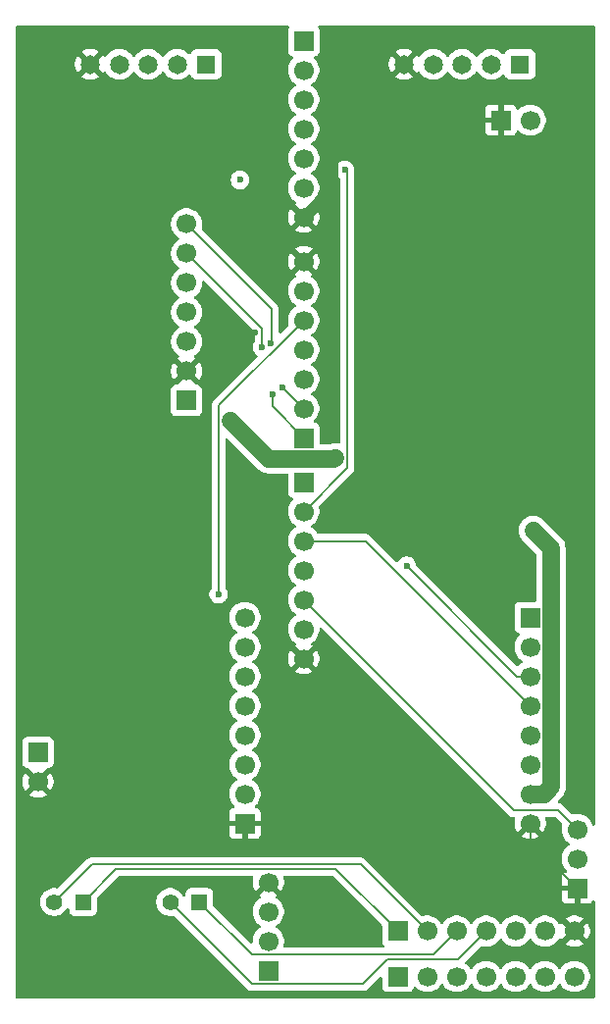
<source format=gbr>
%TF.GenerationSoftware,KiCad,Pcbnew,9.0.2*%
%TF.CreationDate,2025-11-02T21:53:54+09:00*%
%TF.ProjectId,SPC_Noname2,5350435f-4e6f-46e6-916d-65322e6b6963,rev?*%
%TF.SameCoordinates,Original*%
%TF.FileFunction,Copper,L2,Bot*%
%TF.FilePolarity,Positive*%
%FSLAX46Y46*%
G04 Gerber Fmt 4.6, Leading zero omitted, Abs format (unit mm)*
G04 Created by KiCad (PCBNEW 9.0.2) date 2025-11-02 21:53:54*
%MOMM*%
%LPD*%
G01*
G04 APERTURE LIST*
%TA.AperFunction,ComponentPad*%
%ADD10R,1.700000X1.700000*%
%TD*%
%TA.AperFunction,ComponentPad*%
%ADD11C,1.700000*%
%TD*%
%TA.AperFunction,ComponentPad*%
%ADD12R,1.650000X1.650000*%
%TD*%
%TA.AperFunction,ComponentPad*%
%ADD13C,1.650000*%
%TD*%
%TA.AperFunction,ComponentPad*%
%ADD14R,1.400000X1.400000*%
%TD*%
%TA.AperFunction,ComponentPad*%
%ADD15C,1.400000*%
%TD*%
%TA.AperFunction,ViaPad*%
%ADD16C,0.600000*%
%TD*%
%TA.AperFunction,Conductor*%
%ADD17C,0.200000*%
%TD*%
%TA.AperFunction,Conductor*%
%ADD18C,1.500000*%
%TD*%
%TA.AperFunction,Conductor*%
%ADD19C,1.000000*%
%TD*%
G04 APERTURE END LIST*
D10*
%TO.P,J5,1,Pin_1*%
%TO.N,2_GP7*%
X203454000Y-138176000D03*
D11*
%TO.P,J5,2,Pin_2*%
%TO.N,2_GP14*%
X205994000Y-138176000D03*
%TO.P,J5,3,Pin_3*%
%TO.N,2_GP15*%
X208534000Y-138176000D03*
%TO.P,J5,4,Pin_4*%
%TO.N,2_GP16*%
X211074000Y-138176000D03*
%TO.P,J5,5,Pin_5*%
%TO.N,2_GP17*%
X213614000Y-138176000D03*
%TO.P,J5,6,Pin_6*%
%TO.N,2_GP18*%
X216154000Y-138176000D03*
%TO.P,J5,7,Pin_7*%
%TO.N,2_GP19*%
X218694000Y-138176000D03*
%TD*%
D12*
%TO.P,J1,1,Pin_1*%
%TO.N,7.4V*%
X214002000Y-59436000D03*
D13*
%TO.P,J1,2,Pin_2*%
%TO.N,5V*%
X211502000Y-59436000D03*
%TO.P,J1,3,Pin_3*%
%TO.N,SCL3*%
X209002000Y-59436000D03*
%TO.P,J1,4,Pin_4*%
%TO.N,SDA3*%
X206502000Y-59436000D03*
%TO.P,J1,5,Pin_5*%
%TO.N,GND*%
X204002000Y-59436000D03*
%TD*%
D10*
%TO.P,J14,1,Pin_1*%
%TO.N,GP21*%
X172385000Y-118830000D03*
D11*
%TO.P,J14,2,Pin_2*%
%TO.N,GND*%
X172385000Y-121370000D03*
%TD*%
D10*
%TO.P,J10,1,Pin_1*%
%TO.N,SCL4*%
X195326000Y-91694000D03*
D11*
%TO.P,J10,2,Pin_2*%
%TO.N,SDA4*%
X195326000Y-89154000D03*
%TO.P,J10,3,Pin_3*%
%TO.N,unconnected-(J10-Pin_3-Pad3)*%
X195326000Y-86614000D03*
%TO.P,J10,4,Pin_4*%
%TO.N,unconnected-(J10-Pin_4-Pad4)*%
X195326000Y-84074000D03*
%TO.P,J10,5,Pin_5*%
%TO.N,TX3*%
X195326000Y-81534000D03*
%TO.P,J10,6,Pin_6*%
%TO.N,RX3*%
X195326000Y-78994000D03*
%TO.P,J10,7,Pin_7*%
%TO.N,GND*%
X195326000Y-76454000D03*
%TD*%
D10*
%TO.P,J9,1,Pin_1*%
%TO.N,unconnected-(J9-Pin_1-Pad1)*%
X214884000Y-107188000D03*
D11*
%TO.P,J9,2,Pin_2*%
%TO.N,unconnected-(J9-Pin_2-Pad2)*%
X214884000Y-109728000D03*
%TO.P,J9,3,Pin_3*%
%TO.N,RX1*%
X214884000Y-112268000D03*
%TO.P,J9,4,Pin_4*%
%TO.N,TX1*%
X214884000Y-114808000D03*
%TO.P,J9,5,Pin_5*%
%TO.N,unconnected-(J9-Pin_5-Pad5)*%
X214884000Y-117348000D03*
%TO.P,J9,6,Pin_6*%
%TO.N,unconnected-(J9-Pin_6-Pad6)*%
X214884000Y-119888000D03*
%TO.P,J9,7,Pin_7*%
%TO.N,5V*%
X214884000Y-122428000D03*
%TO.P,J9,8,Pin_8*%
%TO.N,GND*%
X214884000Y-124968000D03*
%TD*%
D10*
%TO.P,D1,1,K*%
%TO.N,GND*%
X212344000Y-64262000D03*
D11*
%TO.P,D1,2,A*%
%TO.N,5V*%
X214884000Y-64262000D03*
%TD*%
D10*
%TO.P,J7,1,Pin_1*%
%TO.N,1_AOUT1*%
X203454000Y-134266000D03*
D11*
%TO.P,J7,2,Pin_2*%
%TO.N,1_AOUT2*%
X205994000Y-134266000D03*
%TO.P,J7,3,Pin_3*%
%TO.N,1_BOUT1*%
X208534000Y-134266000D03*
%TO.P,J7,4,Pin_4*%
%TO.N,1_BOUT2*%
X211074000Y-134266000D03*
%TO.P,J7,5,Pin_5*%
%TO.N,7.4V*%
X213614000Y-134266000D03*
%TO.P,J7,6,Pin_6*%
%TO.N,5V*%
X216154000Y-134266000D03*
%TO.P,J7,7,Pin_7*%
%TO.N,GND*%
X218694000Y-134266000D03*
%TD*%
D12*
%TO.P,J12,1,Pin_1*%
%TO.N,LED1*%
X186904000Y-59436000D03*
D13*
%TO.P,J12,2,Pin_2*%
%TO.N,LED2*%
X184404000Y-59436000D03*
%TO.P,J12,3,Pin_3*%
%TO.N,LED3*%
X181904000Y-59436000D03*
%TO.P,J12,4,Pin_4*%
%TO.N,LED4*%
X179404000Y-59436000D03*
%TO.P,J12,5,Pin_5*%
%TO.N,GND*%
X176904000Y-59436000D03*
%TD*%
D14*
%TO.P,J3,1,Pin_1*%
%TO.N,1_BOUT1*%
X186305000Y-131754000D03*
D15*
%TO.P,J3,2,Pin_2*%
%TO.N,1_BOUT2*%
X183805000Y-131754000D03*
%TD*%
D10*
%TO.P,J8,1,Pin_1*%
%TO.N,GND*%
X190246000Y-124968000D03*
D11*
%TO.P,J8,2,Pin_2*%
%TO.N,unconnected-(J8-Pin_2-Pad2)*%
X190246000Y-122428000D03*
%TO.P,J8,3,Pin_3*%
%TO.N,unconnected-(J8-Pin_3-Pad3)*%
X190246000Y-119888000D03*
%TO.P,J8,4,Pin_4*%
%TO.N,unconnected-(J8-Pin_4-Pad4)*%
X190246000Y-117348000D03*
%TO.P,J8,5,Pin_5*%
%TO.N,unconnected-(J8-Pin_5-Pad5)*%
X190246000Y-114808000D03*
%TO.P,J8,6,Pin_6*%
%TO.N,unconnected-(J8-Pin_6-Pad6)*%
X190246000Y-112268000D03*
%TO.P,J8,7,Pin_7*%
%TO.N,RST*%
X190246000Y-109728000D03*
%TO.P,J8,8,Pin_8*%
%TO.N,unconnected-(J8-Pin_8-Pad8)*%
X190246000Y-107188000D03*
%TD*%
D10*
%TO.P,J13,1,Pin_1*%
%TO.N,TX3*%
X192278000Y-137668000D03*
D11*
%TO.P,J13,2,Pin_2*%
%TO.N,RX3*%
X192278000Y-135128000D03*
%TO.P,J13,3,Pin_3*%
%TO.N,5V*%
X192278000Y-132588000D03*
%TO.P,J13,4,Pin_4*%
%TO.N,GND*%
X192278000Y-130048000D03*
%TD*%
D10*
%TO.P,J11,1,Pin_1*%
%TO.N,SCL3*%
X195326000Y-95504000D03*
D11*
%TO.P,J11,2,Pin_2*%
%TO.N,SDA3*%
X195326000Y-98044000D03*
%TO.P,J11,3,Pin_3*%
%TO.N,TX1*%
X195326000Y-100584000D03*
%TO.P,J11,4,Pin_4*%
%TO.N,RX1*%
X195326000Y-103124000D03*
%TO.P,J11,5,Pin_5*%
%TO.N,PWM*%
X195326000Y-105664000D03*
%TO.P,J11,6,Pin_6*%
%TO.N,RST*%
X195326000Y-108204000D03*
%TO.P,J11,7,Pin_7*%
%TO.N,GND*%
X195326000Y-110744000D03*
%TD*%
D10*
%TO.P,J4,1,Pin_1*%
%TO.N,5V*%
X185210000Y-88460000D03*
D11*
%TO.P,J4,2,Pin_2*%
%TO.N,GND*%
X185210000Y-85920000D03*
%TO.P,J4,3,Pin_3*%
%TO.N,unconnected-(J4-Pin_3-Pad3)*%
X185210000Y-83380000D03*
%TO.P,J4,4,Pin_4*%
%TO.N,unconnected-(J4-Pin_4-Pad4)*%
X185210000Y-80840000D03*
%TO.P,J4,5,Pin_5*%
%TO.N,unconnected-(J4-Pin_5-Pad5)*%
X185210000Y-78300000D03*
%TO.P,J4,6,Pin_6*%
%TO.N,SCL4*%
X185210000Y-75760000D03*
%TO.P,J4,7,Pin_7*%
%TO.N,SDA4*%
X185210000Y-73220000D03*
%TD*%
D10*
%TO.P,J6,1,Pin_1*%
%TO.N,GND*%
X218948000Y-130556000D03*
D11*
%TO.P,J6,2,Pin_2*%
%TO.N,5V*%
X218948000Y-128016000D03*
%TO.P,J6,3,Pin_3*%
%TO.N,PWM*%
X218948000Y-125476000D03*
%TD*%
D10*
%TO.P,J16,1,Pin_1*%
%TO.N,LED1*%
X195326000Y-57404000D03*
D11*
%TO.P,J16,2,Pin_2*%
%TO.N,LED2*%
X195326000Y-59944000D03*
%TO.P,J16,3,Pin_3*%
%TO.N,LED3*%
X195326000Y-62484000D03*
%TO.P,J16,4,Pin_4*%
%TO.N,LED4*%
X195326000Y-65024000D03*
%TO.P,J16,5,Pin_5*%
%TO.N,GP21*%
X195326000Y-67564000D03*
%TO.P,J16,6,Pin_6*%
%TO.N,1_GP10*%
X195326000Y-70104000D03*
%TO.P,J16,7,Pin_7*%
%TO.N,GND*%
X195326000Y-72644000D03*
%TD*%
D14*
%TO.P,J2,1,Pin_1*%
%TO.N,1_AOUT1*%
X176281000Y-131754000D03*
D15*
%TO.P,J2,2,Pin_2*%
%TO.N,1_AOUT2*%
X173781000Y-131754000D03*
%TD*%
D16*
%TO.N,GND*%
X195072000Y-131318000D03*
%TO.N,*%
X189830000Y-69420000D03*
%TO.N,5V*%
X189031000Y-90221000D03*
X215134000Y-99670000D03*
X198030000Y-93390000D03*
%TO.N,GND*%
X191137367Y-82594182D03*
X189760000Y-82980000D03*
X208550000Y-129880000D03*
X197830000Y-64430000D03*
%TO.N,SCL4*%
X191737367Y-83851330D03*
X192610000Y-87940000D03*
%TO.N,SDA4*%
X193500000Y-87300000D03*
X192470000Y-83530000D03*
%TO.N,RX1*%
X204210000Y-102710000D03*
%TO.N,TX3*%
X187980000Y-105190000D03*
%TO.N,SDA3*%
X198870000Y-68540000D03*
%TD*%
D17*
%TO.N,GND*%
X193548000Y-131318000D02*
X195072000Y-131318000D01*
X192278000Y-130048000D02*
X193548000Y-131318000D01*
D18*
%TO.N,5V*%
X216685000Y-121829081D02*
X216086081Y-122428000D01*
X197925000Y-93495000D02*
X192305000Y-93495000D01*
X192305000Y-93495000D02*
X189031000Y-90221000D01*
X216685000Y-101221000D02*
X216685000Y-121829081D01*
X216086081Y-122428000D02*
X214884000Y-122428000D01*
X215134000Y-99670000D02*
X216685000Y-101221000D01*
X198030000Y-93390000D02*
X197925000Y-93495000D01*
D17*
%TO.N,GND*%
X190751549Y-82980000D02*
X191137367Y-82594182D01*
D19*
X195326000Y-72644000D02*
X197830000Y-70140000D01*
D17*
X209226000Y-130556000D02*
X208550000Y-129880000D01*
X204002000Y-59436000D02*
X208828000Y-64262000D01*
X189760000Y-82980000D02*
X190751549Y-82980000D01*
X218948000Y-130556000D02*
X209226000Y-130556000D01*
D19*
X197830000Y-70140000D02*
X197830000Y-64430000D01*
D17*
X218948000Y-130556000D02*
X214884000Y-126492000D01*
X214884000Y-126492000D02*
X214884000Y-124968000D01*
X208828000Y-64262000D02*
X212344000Y-64262000D01*
%TO.N,1_AOUT2*%
X200224000Y-128496000D02*
X205994000Y-134266000D01*
X173781000Y-131754000D02*
X177039000Y-128496000D01*
X177039000Y-128496000D02*
X200224000Y-128496000D01*
%TO.N,1_AOUT1*%
X198085000Y-128897000D02*
X203454000Y-134266000D01*
X176281000Y-131754000D02*
X179138000Y-128897000D01*
X179138000Y-128897000D02*
X198085000Y-128897000D01*
%TO.N,1_BOUT2*%
X202590000Y-136680000D02*
X208660000Y-136680000D01*
X190870000Y-138819000D02*
X200451000Y-138819000D01*
X208660000Y-136680000D02*
X211074000Y-134266000D01*
X200451000Y-138819000D02*
X202590000Y-136680000D01*
X183805000Y-131754000D02*
X190870000Y-138819000D01*
%TO.N,1_BOUT1*%
X186305000Y-131754000D02*
X190830000Y-136279000D01*
X190830000Y-136279000D02*
X206521000Y-136279000D01*
X206521000Y-136279000D02*
X208534000Y-134266000D01*
%TO.N,SCL4*%
X191737367Y-82287367D02*
X191737367Y-83851330D01*
X192610000Y-88978000D02*
X195326000Y-91694000D01*
X192610000Y-87940000D02*
X192610000Y-88978000D01*
X185210000Y-75760000D02*
X191737367Y-82287367D01*
%TO.N,SDA4*%
X193500000Y-87328000D02*
X195326000Y-89154000D01*
X192581450Y-80591450D02*
X192581450Y-83418550D01*
X192581450Y-83418550D02*
X192470000Y-83530000D01*
X193500000Y-87300000D02*
X193500000Y-87328000D01*
X185210000Y-73220000D02*
X192581450Y-80591450D01*
%TO.N,PWM*%
X213479000Y-123817000D02*
X195326000Y-105664000D01*
X218948000Y-125476000D02*
X217289000Y-123817000D01*
X217289000Y-123817000D02*
X213479000Y-123817000D01*
%TO.N,RX1*%
X213768000Y-112268000D02*
X204210000Y-102710000D01*
X214884000Y-112268000D02*
X213768000Y-112268000D01*
%TO.N,TX1*%
X200660000Y-100584000D02*
X195326000Y-100584000D01*
X214884000Y-114808000D02*
X200660000Y-100584000D01*
%TO.N,TX3*%
X187980000Y-105190000D02*
X187980000Y-88880000D01*
X187980000Y-88880000D02*
X195326000Y-81534000D01*
%TO.N,SDA3*%
X198870000Y-68540000D02*
X199080999Y-68750999D01*
X199080999Y-68750999D02*
X199080999Y-94289001D01*
X199080999Y-94289001D02*
X195326000Y-98044000D01*
%TD*%
%TA.AperFunction,Conductor*%
%TO.N,GND*%
G36*
X197851942Y-129517185D02*
G01*
X197872584Y-129533819D01*
X202067181Y-133728417D01*
X202100666Y-133789740D01*
X202103500Y-133816098D01*
X202103500Y-135163870D01*
X202103501Y-135163876D01*
X202109908Y-135223483D01*
X202160202Y-135358328D01*
X202160204Y-135358331D01*
X202246454Y-135473546D01*
X202246455Y-135473547D01*
X202251427Y-135480188D01*
X202275845Y-135545653D01*
X202260994Y-135613926D01*
X202211589Y-135663332D01*
X202152161Y-135678500D01*
X193689802Y-135678500D01*
X193622763Y-135658815D01*
X193577008Y-135606011D01*
X193567064Y-135536853D01*
X193571871Y-135516182D01*
X193579732Y-135491989D01*
X193595246Y-135444243D01*
X193628500Y-135234287D01*
X193628500Y-135021713D01*
X193595246Y-134811757D01*
X193529557Y-134609588D01*
X193433051Y-134420184D01*
X193433049Y-134420181D01*
X193433048Y-134420179D01*
X193308109Y-134248213D01*
X193157786Y-134097890D01*
X192985820Y-133972951D01*
X192985115Y-133972591D01*
X192977054Y-133968485D01*
X192926259Y-133920512D01*
X192909463Y-133852692D01*
X192931999Y-133786556D01*
X192977054Y-133747515D01*
X192985816Y-133743051D01*
X193134417Y-133635087D01*
X193157786Y-133618109D01*
X193157788Y-133618106D01*
X193157792Y-133618104D01*
X193308104Y-133467792D01*
X193308106Y-133467788D01*
X193308109Y-133467786D01*
X193433048Y-133295820D01*
X193433047Y-133295820D01*
X193433051Y-133295816D01*
X193529557Y-133106412D01*
X193595246Y-132904243D01*
X193628500Y-132694287D01*
X193628500Y-132481713D01*
X193595246Y-132271757D01*
X193529557Y-132069588D01*
X193433051Y-131880184D01*
X193433049Y-131880181D01*
X193433048Y-131880179D01*
X193308109Y-131708213D01*
X193157786Y-131557890D01*
X192985817Y-131432949D01*
X192976504Y-131428204D01*
X192925707Y-131380230D01*
X192908912Y-131312409D01*
X192931449Y-131246274D01*
X192976507Y-131207232D01*
X192985555Y-131202622D01*
X193039716Y-131163270D01*
X193039717Y-131163270D01*
X192407408Y-130530962D01*
X192470993Y-130513925D01*
X192585007Y-130448099D01*
X192678099Y-130355007D01*
X192743925Y-130240993D01*
X192760962Y-130177409D01*
X193393270Y-130809717D01*
X193393270Y-130809716D01*
X193432622Y-130755554D01*
X193529095Y-130566217D01*
X193594757Y-130364130D01*
X193594757Y-130364127D01*
X193628000Y-130154246D01*
X193628000Y-129941753D01*
X193594757Y-129731872D01*
X193594757Y-129731869D01*
X193571346Y-129659818D01*
X193569351Y-129589977D01*
X193605431Y-129530144D01*
X193668132Y-129499316D01*
X193689277Y-129497500D01*
X197784903Y-129497500D01*
X197851942Y-129517185D01*
G37*
%TD.AperFunction*%
%TA.AperFunction,Conductor*%
G36*
X194027110Y-56096797D02*
G01*
X194072865Y-56149601D01*
X194082809Y-56218759D01*
X194059337Y-56275423D01*
X194032206Y-56311664D01*
X194032202Y-56311671D01*
X193981908Y-56446517D01*
X193975501Y-56506116D01*
X193975501Y-56506123D01*
X193975500Y-56506135D01*
X193975500Y-58301870D01*
X193975501Y-58301876D01*
X193981908Y-58361483D01*
X194032202Y-58496328D01*
X194032206Y-58496335D01*
X194118452Y-58611544D01*
X194118455Y-58611547D01*
X194233664Y-58697793D01*
X194233671Y-58697797D01*
X194365082Y-58746810D01*
X194421016Y-58788681D01*
X194445433Y-58854145D01*
X194430582Y-58922418D01*
X194409431Y-58950673D01*
X194295889Y-59064215D01*
X194170951Y-59236179D01*
X194074444Y-59425585D01*
X194008753Y-59627760D01*
X193989983Y-59746272D01*
X193975500Y-59837713D01*
X193975500Y-60050287D01*
X193975716Y-60051651D01*
X193988196Y-60130449D01*
X194008754Y-60260243D01*
X194069693Y-60447794D01*
X194074444Y-60462414D01*
X194170951Y-60651820D01*
X194295890Y-60823786D01*
X194446213Y-60974109D01*
X194618182Y-61099050D01*
X194626946Y-61103516D01*
X194677742Y-61151491D01*
X194694536Y-61219312D01*
X194671998Y-61285447D01*
X194626946Y-61324484D01*
X194618182Y-61328949D01*
X194446213Y-61453890D01*
X194295890Y-61604213D01*
X194170951Y-61776179D01*
X194074444Y-61965585D01*
X194008753Y-62167760D01*
X193975500Y-62377713D01*
X193975500Y-62590287D01*
X194008754Y-62800243D01*
X194063471Y-62968645D01*
X194074444Y-63002414D01*
X194170951Y-63191820D01*
X194295890Y-63363786D01*
X194446213Y-63514109D01*
X194618182Y-63639050D01*
X194626946Y-63643516D01*
X194677742Y-63691491D01*
X194694536Y-63759312D01*
X194671998Y-63825447D01*
X194626946Y-63864484D01*
X194618182Y-63868949D01*
X194446213Y-63993890D01*
X194295890Y-64144213D01*
X194170951Y-64316179D01*
X194074444Y-64505585D01*
X194008753Y-64707760D01*
X193997246Y-64780412D01*
X193975500Y-64917713D01*
X193975500Y-65130287D01*
X194008754Y-65340243D01*
X194065067Y-65513557D01*
X194074444Y-65542414D01*
X194170951Y-65731820D01*
X194295890Y-65903786D01*
X194446213Y-66054109D01*
X194618182Y-66179050D01*
X194626946Y-66183516D01*
X194677742Y-66231491D01*
X194694536Y-66299312D01*
X194671998Y-66365447D01*
X194626946Y-66404484D01*
X194618182Y-66408949D01*
X194446213Y-66533890D01*
X194295890Y-66684213D01*
X194170951Y-66856179D01*
X194074444Y-67045585D01*
X194008753Y-67247760D01*
X193975500Y-67457713D01*
X193975500Y-67670286D01*
X194000892Y-67830609D01*
X194008754Y-67880243D01*
X194057319Y-68029711D01*
X194074444Y-68082414D01*
X194170951Y-68271820D01*
X194295890Y-68443786D01*
X194446213Y-68594109D01*
X194618182Y-68719050D01*
X194626946Y-68723516D01*
X194677742Y-68771491D01*
X194694536Y-68839312D01*
X194671998Y-68905447D01*
X194626946Y-68944484D01*
X194618182Y-68948949D01*
X194446213Y-69073890D01*
X194295890Y-69224213D01*
X194170951Y-69396179D01*
X194074444Y-69585585D01*
X194008753Y-69787760D01*
X193975500Y-69997713D01*
X193975500Y-70210287D01*
X193977118Y-70220500D01*
X194008753Y-70420239D01*
X194074444Y-70622414D01*
X194170951Y-70811820D01*
X194295890Y-70983786D01*
X194446213Y-71134109D01*
X194618179Y-71259048D01*
X194618181Y-71259049D01*
X194618184Y-71259051D01*
X194627493Y-71263794D01*
X194678290Y-71311766D01*
X194695087Y-71379587D01*
X194672552Y-71445722D01*
X194627505Y-71484760D01*
X194618446Y-71489376D01*
X194618440Y-71489380D01*
X194564282Y-71528727D01*
X194564282Y-71528728D01*
X195196591Y-72161037D01*
X195133007Y-72178075D01*
X195018993Y-72243901D01*
X194925901Y-72336993D01*
X194860075Y-72451007D01*
X194843037Y-72514591D01*
X194210728Y-71882282D01*
X194210727Y-71882282D01*
X194171380Y-71936439D01*
X194074904Y-72125782D01*
X194009242Y-72327869D01*
X194009242Y-72327872D01*
X193976000Y-72537753D01*
X193976000Y-72750246D01*
X194009242Y-72960127D01*
X194009242Y-72960130D01*
X194074904Y-73162217D01*
X194171375Y-73351550D01*
X194210728Y-73405716D01*
X194843037Y-72773408D01*
X194860075Y-72836993D01*
X194925901Y-72951007D01*
X195018993Y-73044099D01*
X195133007Y-73109925D01*
X195196590Y-73126962D01*
X194564282Y-73759269D01*
X194564282Y-73759270D01*
X194618449Y-73798624D01*
X194807782Y-73895095D01*
X195009870Y-73960757D01*
X195219754Y-73994000D01*
X195432246Y-73994000D01*
X195642127Y-73960757D01*
X195642130Y-73960757D01*
X195844217Y-73895095D01*
X196033554Y-73798622D01*
X196087716Y-73759270D01*
X196087717Y-73759270D01*
X195455408Y-73126962D01*
X195518993Y-73109925D01*
X195633007Y-73044099D01*
X195726099Y-72951007D01*
X195791925Y-72836993D01*
X195808962Y-72773408D01*
X196441270Y-73405717D01*
X196441270Y-73405716D01*
X196480622Y-73351554D01*
X196577095Y-73162217D01*
X196642757Y-72960130D01*
X196642757Y-72960127D01*
X196676000Y-72750246D01*
X196676000Y-72537753D01*
X196642757Y-72327872D01*
X196642757Y-72327869D01*
X196577095Y-72125782D01*
X196480624Y-71936449D01*
X196441270Y-71882282D01*
X196441269Y-71882282D01*
X195808962Y-72514590D01*
X195791925Y-72451007D01*
X195726099Y-72336993D01*
X195633007Y-72243901D01*
X195518993Y-72178075D01*
X195455409Y-72161037D01*
X196087716Y-71528728D01*
X196033547Y-71489373D01*
X196033547Y-71489372D01*
X196024500Y-71484763D01*
X195973706Y-71436788D01*
X195956912Y-71368966D01*
X195979451Y-71302832D01*
X196024508Y-71263793D01*
X196033816Y-71259051D01*
X196113007Y-71201515D01*
X196205786Y-71134109D01*
X196205788Y-71134106D01*
X196205792Y-71134104D01*
X196356104Y-70983792D01*
X196356106Y-70983788D01*
X196356109Y-70983786D01*
X196481048Y-70811820D01*
X196481047Y-70811820D01*
X196481051Y-70811816D01*
X196577557Y-70622412D01*
X196643246Y-70420243D01*
X196676500Y-70210287D01*
X196676500Y-69997713D01*
X196643246Y-69787757D01*
X196577557Y-69585588D01*
X196481051Y-69396184D01*
X196481049Y-69396181D01*
X196481048Y-69396179D01*
X196356109Y-69224213D01*
X196205786Y-69073890D01*
X196033820Y-68948951D01*
X196033115Y-68948591D01*
X196025054Y-68944485D01*
X195974259Y-68896512D01*
X195957463Y-68828692D01*
X195979999Y-68762556D01*
X196025054Y-68723515D01*
X196033816Y-68719051D01*
X196055789Y-68703086D01*
X196205786Y-68594109D01*
X196205788Y-68594106D01*
X196205792Y-68594104D01*
X196356104Y-68443792D01*
X196356106Y-68443788D01*
X196356109Y-68443786D01*
X196481048Y-68271820D01*
X196481047Y-68271820D01*
X196481051Y-68271816D01*
X196577557Y-68082412D01*
X196643246Y-67880243D01*
X196676500Y-67670287D01*
X196676500Y-67457713D01*
X196643246Y-67247757D01*
X196577557Y-67045588D01*
X196481051Y-66856184D01*
X196481049Y-66856181D01*
X196481048Y-66856179D01*
X196356109Y-66684213D01*
X196205786Y-66533890D01*
X196033820Y-66408951D01*
X196033115Y-66408591D01*
X196025054Y-66404485D01*
X195974259Y-66356512D01*
X195957463Y-66288692D01*
X195979999Y-66222556D01*
X196025054Y-66183515D01*
X196033816Y-66179051D01*
X196055789Y-66163086D01*
X196205786Y-66054109D01*
X196205788Y-66054106D01*
X196205792Y-66054104D01*
X196356104Y-65903792D01*
X196356106Y-65903788D01*
X196356109Y-65903786D01*
X196481048Y-65731820D01*
X196481047Y-65731820D01*
X196481051Y-65731816D01*
X196577557Y-65542412D01*
X196643246Y-65340243D01*
X196676500Y-65130287D01*
X196676500Y-64917713D01*
X196643246Y-64707757D01*
X196577557Y-64505588D01*
X196481051Y-64316184D01*
X196481049Y-64316181D01*
X196481048Y-64316179D01*
X196356109Y-64144213D01*
X196205786Y-63993890D01*
X196033820Y-63868951D01*
X196033115Y-63868591D01*
X196025054Y-63864485D01*
X195974259Y-63816512D01*
X195957463Y-63748692D01*
X195979999Y-63682556D01*
X196025054Y-63643515D01*
X196033816Y-63639051D01*
X196055789Y-63623086D01*
X196205786Y-63514109D01*
X196205788Y-63514106D01*
X196205792Y-63514104D01*
X196355741Y-63364155D01*
X210994000Y-63364155D01*
X210994000Y-64012000D01*
X211910988Y-64012000D01*
X211878075Y-64069007D01*
X211844000Y-64196174D01*
X211844000Y-64327826D01*
X211878075Y-64454993D01*
X211910988Y-64512000D01*
X210994000Y-64512000D01*
X210994000Y-65159844D01*
X211000401Y-65219372D01*
X211000403Y-65219379D01*
X211050645Y-65354086D01*
X211050649Y-65354093D01*
X211136809Y-65469187D01*
X211136812Y-65469190D01*
X211251906Y-65555350D01*
X211251913Y-65555354D01*
X211386620Y-65605596D01*
X211386627Y-65605598D01*
X211446155Y-65611999D01*
X211446172Y-65612000D01*
X212094000Y-65612000D01*
X212094000Y-64695012D01*
X212151007Y-64727925D01*
X212278174Y-64762000D01*
X212409826Y-64762000D01*
X212536993Y-64727925D01*
X212594000Y-64695012D01*
X212594000Y-65612000D01*
X213241828Y-65612000D01*
X213241844Y-65611999D01*
X213301372Y-65605598D01*
X213301379Y-65605596D01*
X213436086Y-65555354D01*
X213436093Y-65555350D01*
X213551187Y-65469190D01*
X213551190Y-65469187D01*
X213637350Y-65354093D01*
X213637354Y-65354086D01*
X213686422Y-65222529D01*
X213728293Y-65166595D01*
X213793757Y-65142178D01*
X213862030Y-65157030D01*
X213890285Y-65178181D01*
X214004213Y-65292109D01*
X214176179Y-65417048D01*
X214176181Y-65417049D01*
X214176184Y-65417051D01*
X214365588Y-65513557D01*
X214567757Y-65579246D01*
X214777713Y-65612500D01*
X214777714Y-65612500D01*
X214990286Y-65612500D01*
X214990287Y-65612500D01*
X215200243Y-65579246D01*
X215402412Y-65513557D01*
X215591816Y-65417051D01*
X215678471Y-65354093D01*
X215763786Y-65292109D01*
X215763788Y-65292106D01*
X215763792Y-65292104D01*
X215914104Y-65141792D01*
X215914106Y-65141788D01*
X215914109Y-65141786D01*
X216039048Y-64969820D01*
X216039047Y-64969820D01*
X216039051Y-64969816D01*
X216135557Y-64780412D01*
X216201246Y-64578243D01*
X216234500Y-64368287D01*
X216234500Y-64155713D01*
X216201246Y-63945757D01*
X216135557Y-63743588D01*
X216039051Y-63554184D01*
X216039049Y-63554181D01*
X216039048Y-63554179D01*
X215914109Y-63382213D01*
X215763786Y-63231890D01*
X215591820Y-63106951D01*
X215402414Y-63010444D01*
X215402413Y-63010443D01*
X215402412Y-63010443D01*
X215200243Y-62944754D01*
X215200241Y-62944753D01*
X215200240Y-62944753D01*
X215038957Y-62919208D01*
X214990287Y-62911500D01*
X214777713Y-62911500D01*
X214729042Y-62919208D01*
X214567760Y-62944753D01*
X214365585Y-63010444D01*
X214176179Y-63106951D01*
X214004215Y-63231889D01*
X213890285Y-63345819D01*
X213828962Y-63379303D01*
X213759270Y-63374319D01*
X213703337Y-63332447D01*
X213686422Y-63301470D01*
X213637354Y-63169913D01*
X213637350Y-63169906D01*
X213551190Y-63054812D01*
X213551187Y-63054809D01*
X213436093Y-62968649D01*
X213436086Y-62968645D01*
X213301379Y-62918403D01*
X213301372Y-62918401D01*
X213241844Y-62912000D01*
X212594000Y-62912000D01*
X212594000Y-63828988D01*
X212536993Y-63796075D01*
X212409826Y-63762000D01*
X212278174Y-63762000D01*
X212151007Y-63796075D01*
X212094000Y-63828988D01*
X212094000Y-62912000D01*
X211446155Y-62912000D01*
X211386627Y-62918401D01*
X211386620Y-62918403D01*
X211251913Y-62968645D01*
X211251906Y-62968649D01*
X211136812Y-63054809D01*
X211136809Y-63054812D01*
X211050649Y-63169906D01*
X211050645Y-63169913D01*
X211000403Y-63304620D01*
X211000401Y-63304627D01*
X210994000Y-63364155D01*
X196355741Y-63364155D01*
X196356104Y-63363792D01*
X196481051Y-63191816D01*
X196577557Y-63002412D01*
X196643246Y-62800243D01*
X196676500Y-62590287D01*
X196676500Y-62377713D01*
X196643246Y-62167757D01*
X196577557Y-61965588D01*
X196481051Y-61776184D01*
X196481049Y-61776181D01*
X196481048Y-61776179D01*
X196356109Y-61604213D01*
X196205786Y-61453890D01*
X196033820Y-61328951D01*
X196033115Y-61328591D01*
X196025054Y-61324485D01*
X195974259Y-61276512D01*
X195957463Y-61208692D01*
X195979999Y-61142556D01*
X196025054Y-61103515D01*
X196033816Y-61099051D01*
X196055789Y-61083086D01*
X196205786Y-60974109D01*
X196205788Y-60974106D01*
X196205792Y-60974104D01*
X196356104Y-60823792D01*
X196356106Y-60823788D01*
X196356109Y-60823786D01*
X196481048Y-60651820D01*
X196481047Y-60651820D01*
X196481051Y-60651816D01*
X196577557Y-60462412D01*
X196643246Y-60260243D01*
X196676500Y-60050287D01*
X196676500Y-59837713D01*
X196643246Y-59627757D01*
X196577557Y-59425588D01*
X196577555Y-59425585D01*
X196577554Y-59425580D01*
X196577553Y-59425579D01*
X196555932Y-59383145D01*
X196555930Y-59383143D01*
X196529729Y-59331720D01*
X202677000Y-59331720D01*
X202677000Y-59540279D01*
X202709626Y-59746272D01*
X202774075Y-59944627D01*
X202868759Y-60130451D01*
X202904627Y-60179818D01*
X202904627Y-60179819D01*
X203478212Y-59606234D01*
X203489482Y-59648292D01*
X203561890Y-59773708D01*
X203664292Y-59876110D01*
X203789708Y-59948518D01*
X203831765Y-59959787D01*
X203258179Y-60533371D01*
X203258180Y-60533372D01*
X203307543Y-60569236D01*
X203307556Y-60569244D01*
X203493372Y-60663924D01*
X203691727Y-60728373D01*
X203897721Y-60761000D01*
X204106279Y-60761000D01*
X204312272Y-60728373D01*
X204510627Y-60663924D01*
X204696451Y-60569240D01*
X204745818Y-60533372D01*
X204745818Y-60533371D01*
X204172234Y-59959787D01*
X204214292Y-59948518D01*
X204339708Y-59876110D01*
X204442110Y-59773708D01*
X204514518Y-59648292D01*
X204525787Y-59606234D01*
X205099371Y-60179818D01*
X205099372Y-60179818D01*
X205135241Y-60130449D01*
X205141231Y-60118694D01*
X205189203Y-60067896D01*
X205257023Y-60051098D01*
X205323159Y-60073632D01*
X205362203Y-60118689D01*
X205368330Y-60130714D01*
X205490965Y-60299505D01*
X205638495Y-60447035D01*
X205807286Y-60569670D01*
X205895116Y-60614421D01*
X205993179Y-60664387D01*
X205993181Y-60664387D01*
X205993184Y-60664389D01*
X206099545Y-60698948D01*
X206191610Y-60728862D01*
X206397676Y-60761500D01*
X206397681Y-60761500D01*
X206606324Y-60761500D01*
X206812389Y-60728862D01*
X206813894Y-60728373D01*
X207010816Y-60664389D01*
X207196714Y-60569670D01*
X207365505Y-60447035D01*
X207513035Y-60299505D01*
X207635670Y-60130714D01*
X207641515Y-60119243D01*
X207689489Y-60068447D01*
X207757310Y-60051651D01*
X207823445Y-60074188D01*
X207862485Y-60119243D01*
X207868328Y-60130712D01*
X207904006Y-60179818D01*
X207990965Y-60299505D01*
X208138495Y-60447035D01*
X208307286Y-60569670D01*
X208395116Y-60614421D01*
X208493179Y-60664387D01*
X208493181Y-60664387D01*
X208493184Y-60664389D01*
X208599545Y-60698948D01*
X208691610Y-60728862D01*
X208897676Y-60761500D01*
X208897681Y-60761500D01*
X209106324Y-60761500D01*
X209312389Y-60728862D01*
X209313894Y-60728373D01*
X209510816Y-60664389D01*
X209696714Y-60569670D01*
X209865505Y-60447035D01*
X210013035Y-60299505D01*
X210135670Y-60130714D01*
X210141515Y-60119243D01*
X210189489Y-60068447D01*
X210257310Y-60051651D01*
X210323445Y-60074188D01*
X210362485Y-60119243D01*
X210368328Y-60130712D01*
X210404006Y-60179818D01*
X210490965Y-60299505D01*
X210638495Y-60447035D01*
X210807286Y-60569670D01*
X210895116Y-60614421D01*
X210993179Y-60664387D01*
X210993181Y-60664387D01*
X210993184Y-60664389D01*
X211099545Y-60698948D01*
X211191610Y-60728862D01*
X211397676Y-60761500D01*
X211397681Y-60761500D01*
X211606324Y-60761500D01*
X211812389Y-60728862D01*
X211813894Y-60728373D01*
X212010816Y-60664389D01*
X212196714Y-60569670D01*
X212365505Y-60447035D01*
X212481591Y-60330948D01*
X212542910Y-60297466D01*
X212612602Y-60302450D01*
X212668536Y-60344321D01*
X212685451Y-60375299D01*
X212733202Y-60503328D01*
X212733206Y-60503335D01*
X212819452Y-60618544D01*
X212819455Y-60618547D01*
X212934664Y-60704793D01*
X212934671Y-60704797D01*
X213069517Y-60755091D01*
X213069516Y-60755091D01*
X213076444Y-60755835D01*
X213129127Y-60761500D01*
X214874872Y-60761499D01*
X214934483Y-60755091D01*
X215069331Y-60704796D01*
X215184546Y-60618546D01*
X215270796Y-60503331D01*
X215321091Y-60368483D01*
X215327500Y-60308873D01*
X215327499Y-58563128D01*
X215321091Y-58503517D01*
X215318548Y-58496700D01*
X215270797Y-58368671D01*
X215270793Y-58368664D01*
X215184547Y-58253455D01*
X215184544Y-58253452D01*
X215069335Y-58167206D01*
X215069328Y-58167202D01*
X214934482Y-58116908D01*
X214934483Y-58116908D01*
X214874883Y-58110501D01*
X214874881Y-58110500D01*
X214874873Y-58110500D01*
X214874864Y-58110500D01*
X213129129Y-58110500D01*
X213129123Y-58110501D01*
X213069516Y-58116908D01*
X212934671Y-58167202D01*
X212934664Y-58167206D01*
X212819455Y-58253452D01*
X212819452Y-58253455D01*
X212733206Y-58368664D01*
X212733202Y-58368671D01*
X212685451Y-58496700D01*
X212643580Y-58552634D01*
X212578116Y-58577051D01*
X212509843Y-58562199D01*
X212481588Y-58541048D01*
X212365506Y-58424966D01*
X212288023Y-58368671D01*
X212196714Y-58302330D01*
X212195799Y-58301864D01*
X212010820Y-58207612D01*
X211812389Y-58143137D01*
X211606324Y-58110500D01*
X211606319Y-58110500D01*
X211397681Y-58110500D01*
X211397676Y-58110500D01*
X211191610Y-58143137D01*
X210993179Y-58207612D01*
X210807285Y-58302330D01*
X210638493Y-58424966D01*
X210490966Y-58572493D01*
X210368330Y-58741286D01*
X210362484Y-58752759D01*
X210314508Y-58803554D01*
X210246687Y-58820348D01*
X210180553Y-58797809D01*
X210141516Y-58752759D01*
X210139137Y-58748091D01*
X210135670Y-58741286D01*
X210013035Y-58572495D01*
X209865505Y-58424965D01*
X209696714Y-58302330D01*
X209695799Y-58301864D01*
X209510820Y-58207612D01*
X209312389Y-58143137D01*
X209106324Y-58110500D01*
X209106319Y-58110500D01*
X208897681Y-58110500D01*
X208897676Y-58110500D01*
X208691610Y-58143137D01*
X208493179Y-58207612D01*
X208307285Y-58302330D01*
X208138493Y-58424966D01*
X207990966Y-58572493D01*
X207868330Y-58741286D01*
X207862484Y-58752759D01*
X207814508Y-58803554D01*
X207746687Y-58820348D01*
X207680553Y-58797809D01*
X207641516Y-58752759D01*
X207639137Y-58748091D01*
X207635670Y-58741286D01*
X207513035Y-58572495D01*
X207365505Y-58424965D01*
X207196714Y-58302330D01*
X207195799Y-58301864D01*
X207010820Y-58207612D01*
X206812389Y-58143137D01*
X206606324Y-58110500D01*
X206606319Y-58110500D01*
X206397681Y-58110500D01*
X206397676Y-58110500D01*
X206191610Y-58143137D01*
X205993179Y-58207612D01*
X205807285Y-58302330D01*
X205638493Y-58424966D01*
X205490966Y-58572493D01*
X205368328Y-58741288D01*
X205362201Y-58753313D01*
X205314225Y-58804108D01*
X205246404Y-58820901D01*
X205180270Y-58798362D01*
X205141232Y-58753308D01*
X205135244Y-58741555D01*
X205135236Y-58741543D01*
X205099372Y-58692180D01*
X205099371Y-58692179D01*
X204525787Y-59265764D01*
X204514518Y-59223708D01*
X204442110Y-59098292D01*
X204339708Y-58995890D01*
X204214292Y-58923482D01*
X204172233Y-58912212D01*
X204745819Y-58338627D01*
X204696451Y-58302759D01*
X204510627Y-58208075D01*
X204312272Y-58143626D01*
X204106279Y-58111000D01*
X203897721Y-58111000D01*
X203691727Y-58143626D01*
X203493372Y-58208075D01*
X203307552Y-58302757D01*
X203258180Y-58338627D01*
X203831766Y-58912212D01*
X203789708Y-58923482D01*
X203664292Y-58995890D01*
X203561890Y-59098292D01*
X203489482Y-59223708D01*
X203478212Y-59265765D01*
X202904627Y-58692180D01*
X202868757Y-58741552D01*
X202774075Y-58927372D01*
X202709626Y-59125727D01*
X202677000Y-59331720D01*
X196529729Y-59331720D01*
X196481048Y-59236179D01*
X196356109Y-59064213D01*
X196242569Y-58950673D01*
X196209084Y-58889350D01*
X196214068Y-58819658D01*
X196255940Y-58763725D01*
X196286915Y-58746810D01*
X196418331Y-58697796D01*
X196533546Y-58611546D01*
X196619796Y-58496331D01*
X196670091Y-58361483D01*
X196676500Y-58301873D01*
X196676499Y-56506128D01*
X196670091Y-56446517D01*
X196619796Y-56311669D01*
X196619795Y-56311668D01*
X196619793Y-56311664D01*
X196592663Y-56275423D01*
X196568245Y-56209959D01*
X196583096Y-56141686D01*
X196632501Y-56092280D01*
X196691929Y-56077112D01*
X220349041Y-56077112D01*
X220416080Y-56096797D01*
X220461835Y-56149601D01*
X220473041Y-56201112D01*
X220473041Y-125016380D01*
X220453356Y-125083419D01*
X220400552Y-125129174D01*
X220331394Y-125139118D01*
X220267838Y-125110093D01*
X220231110Y-125054698D01*
X220230493Y-125052799D01*
X220199557Y-124957588D01*
X220103051Y-124768184D01*
X220103049Y-124768181D01*
X220103048Y-124768179D01*
X219978109Y-124596213D01*
X219827786Y-124445890D01*
X219655820Y-124320951D01*
X219466414Y-124224444D01*
X219466413Y-124224443D01*
X219466412Y-124224443D01*
X219264243Y-124158754D01*
X219264241Y-124158753D01*
X219264240Y-124158753D01*
X219102957Y-124133208D01*
X219054287Y-124125500D01*
X218841713Y-124125500D01*
X218813006Y-124130046D01*
X218631757Y-124158753D01*
X218589473Y-124172492D01*
X218519632Y-124174486D01*
X218463476Y-124142241D01*
X217776590Y-123455355D01*
X217776588Y-123455352D01*
X217657717Y-123336481D01*
X217657716Y-123336480D01*
X217570904Y-123286360D01*
X217570904Y-123286359D01*
X217570900Y-123286358D01*
X217520785Y-123257423D01*
X217368057Y-123216499D01*
X217365418Y-123216499D01*
X217363274Y-123215869D01*
X217359997Y-123215438D01*
X217360064Y-123214926D01*
X217298379Y-123196814D01*
X217252624Y-123144010D01*
X217242680Y-123074852D01*
X217271705Y-123011296D01*
X217277737Y-123004818D01*
X217438313Y-122844242D01*
X217638828Y-122643727D01*
X217754523Y-122484487D01*
X217833451Y-122329583D01*
X217843884Y-122309106D01*
X217884945Y-122182733D01*
X217904709Y-122121908D01*
X217921504Y-122015866D01*
X217935500Y-121927503D01*
X217935500Y-101122577D01*
X217917586Y-101009483D01*
X217904709Y-100928174D01*
X217868192Y-100815785D01*
X217843884Y-100740974D01*
X217843882Y-100740971D01*
X217843882Y-100740969D01*
X217754523Y-100565594D01*
X217638828Y-100406354D01*
X215948646Y-98716172D01*
X215789405Y-98600476D01*
X215614030Y-98511117D01*
X215426826Y-98450290D01*
X215232422Y-98419500D01*
X215232417Y-98419500D01*
X215035583Y-98419500D01*
X215035578Y-98419500D01*
X214841173Y-98450290D01*
X214653969Y-98511117D01*
X214478594Y-98600476D01*
X214387741Y-98666485D01*
X214319354Y-98716172D01*
X214319352Y-98716174D01*
X214319351Y-98716174D01*
X214180174Y-98855351D01*
X214180174Y-98855352D01*
X214180172Y-98855354D01*
X214130485Y-98923741D01*
X214064476Y-99014594D01*
X213975117Y-99189969D01*
X213914290Y-99377173D01*
X213883500Y-99571577D01*
X213883500Y-99768422D01*
X213914290Y-99962826D01*
X213975117Y-100150030D01*
X214011969Y-100222355D01*
X214064476Y-100325405D01*
X214180172Y-100484646D01*
X214180174Y-100484648D01*
X215398181Y-101702655D01*
X215431666Y-101763978D01*
X215434500Y-101790336D01*
X215434500Y-105713500D01*
X215414815Y-105780539D01*
X215362011Y-105826294D01*
X215310500Y-105837500D01*
X213986129Y-105837500D01*
X213986123Y-105837501D01*
X213926516Y-105843908D01*
X213791671Y-105894202D01*
X213791664Y-105894206D01*
X213676455Y-105980452D01*
X213676452Y-105980455D01*
X213590206Y-106095664D01*
X213590202Y-106095671D01*
X213539908Y-106230517D01*
X213533501Y-106290116D01*
X213533500Y-106290135D01*
X213533500Y-108085870D01*
X213533501Y-108085876D01*
X213539908Y-108145483D01*
X213590202Y-108280328D01*
X213590206Y-108280335D01*
X213676452Y-108395544D01*
X213676455Y-108395547D01*
X213791664Y-108481793D01*
X213791671Y-108481797D01*
X213923082Y-108530810D01*
X213979016Y-108572681D01*
X214003433Y-108638145D01*
X213988582Y-108706418D01*
X213967431Y-108734673D01*
X213853889Y-108848215D01*
X213728951Y-109020179D01*
X213632444Y-109209585D01*
X213566753Y-109411760D01*
X213533500Y-109621713D01*
X213533500Y-109834286D01*
X213565519Y-110036449D01*
X213566754Y-110044243D01*
X213631659Y-110244000D01*
X213632444Y-110246414D01*
X213728951Y-110435820D01*
X213853890Y-110607786D01*
X214004213Y-110758109D01*
X214176182Y-110883050D01*
X214184946Y-110887516D01*
X214235742Y-110935491D01*
X214252536Y-111003312D01*
X214229998Y-111069447D01*
X214184946Y-111108484D01*
X214176182Y-111112949D01*
X214004215Y-111237889D01*
X213883350Y-111358754D01*
X213822027Y-111392238D01*
X213752335Y-111387254D01*
X213707988Y-111358753D01*
X205044574Y-102695339D01*
X205011089Y-102634016D01*
X205010638Y-102631849D01*
X204992595Y-102541147D01*
X204979737Y-102476503D01*
X204944517Y-102391473D01*
X204919397Y-102330827D01*
X204919390Y-102330814D01*
X204831789Y-102199711D01*
X204831786Y-102199707D01*
X204720292Y-102088213D01*
X204720288Y-102088210D01*
X204589185Y-102000609D01*
X204589172Y-102000602D01*
X204443501Y-101940264D01*
X204443489Y-101940261D01*
X204288845Y-101909500D01*
X204288842Y-101909500D01*
X204131158Y-101909500D01*
X204131155Y-101909500D01*
X203976510Y-101940261D01*
X203976498Y-101940264D01*
X203830827Y-102000602D01*
X203830814Y-102000609D01*
X203699711Y-102088210D01*
X203699707Y-102088213D01*
X203588213Y-102199707D01*
X203588210Y-102199711D01*
X203500609Y-102330814D01*
X203500601Y-102330830D01*
X203499991Y-102332303D01*
X203499465Y-102332954D01*
X203497736Y-102336191D01*
X203497121Y-102335862D01*
X203456144Y-102386702D01*
X203389847Y-102408759D01*
X203322150Y-102391473D01*
X203297754Y-102372519D01*
X201147590Y-100222355D01*
X201147588Y-100222352D01*
X201028717Y-100103481D01*
X201028716Y-100103480D01*
X200934663Y-100049179D01*
X200891785Y-100024423D01*
X200739057Y-99983499D01*
X200580943Y-99983499D01*
X200573347Y-99983499D01*
X200573331Y-99983500D01*
X196611719Y-99983500D01*
X196544680Y-99963815D01*
X196501235Y-99915795D01*
X196481052Y-99876185D01*
X196481051Y-99876184D01*
X196356109Y-99704213D01*
X196205786Y-99553890D01*
X196033820Y-99428951D01*
X196033115Y-99428591D01*
X196025054Y-99424485D01*
X195974259Y-99376512D01*
X195957463Y-99308692D01*
X195979999Y-99242556D01*
X196025054Y-99203515D01*
X196033816Y-99199051D01*
X196055789Y-99183086D01*
X196205786Y-99074109D01*
X196205788Y-99074106D01*
X196205792Y-99074104D01*
X196356104Y-98923792D01*
X196356106Y-98923788D01*
X196356109Y-98923786D01*
X196481048Y-98751820D01*
X196481047Y-98751820D01*
X196481051Y-98751816D01*
X196577557Y-98562412D01*
X196643246Y-98360243D01*
X196676500Y-98150287D01*
X196676500Y-97937713D01*
X196643246Y-97727757D01*
X196629506Y-97685473D01*
X196627512Y-97615635D01*
X196659755Y-97559478D01*
X199561519Y-94657717D01*
X199640576Y-94520785D01*
X199681500Y-94368058D01*
X199681500Y-94209943D01*
X199681500Y-94202348D01*
X199681499Y-94202330D01*
X199681499Y-68843086D01*
X199681499Y-68830060D01*
X199681500Y-68830057D01*
X199681500Y-68671942D01*
X199671293Y-68633851D01*
X199670647Y-68620607D01*
X199671066Y-68618868D01*
X199670500Y-68614566D01*
X199670500Y-68461155D01*
X199670499Y-68461153D01*
X199639738Y-68306510D01*
X199639737Y-68306503D01*
X199625369Y-68271816D01*
X199579397Y-68160827D01*
X199579390Y-68160814D01*
X199491789Y-68029711D01*
X199491786Y-68029707D01*
X199380292Y-67918213D01*
X199380288Y-67918210D01*
X199249185Y-67830609D01*
X199249172Y-67830602D01*
X199103501Y-67770264D01*
X199103489Y-67770261D01*
X198948845Y-67739500D01*
X198948842Y-67739500D01*
X198791158Y-67739500D01*
X198791155Y-67739500D01*
X198636510Y-67770261D01*
X198636498Y-67770264D01*
X198490827Y-67830602D01*
X198490814Y-67830609D01*
X198359711Y-67918210D01*
X198359707Y-67918213D01*
X198248213Y-68029707D01*
X198248210Y-68029711D01*
X198160609Y-68160814D01*
X198160602Y-68160827D01*
X198100264Y-68306498D01*
X198100261Y-68306510D01*
X198069500Y-68461153D01*
X198069500Y-68618846D01*
X198100261Y-68773489D01*
X198100264Y-68773501D01*
X198160602Y-68919172D01*
X198160609Y-68919185D01*
X198248210Y-69050288D01*
X198248213Y-69050292D01*
X198359708Y-69161787D01*
X198359711Y-69161789D01*
X198425390Y-69205674D01*
X198470195Y-69259285D01*
X198480499Y-69308776D01*
X198480499Y-92050851D01*
X198460814Y-92117890D01*
X198408010Y-92163645D01*
X198338852Y-92173589D01*
X198327562Y-92171427D01*
X198322831Y-92170291D01*
X198128421Y-92139500D01*
X198128416Y-92139500D01*
X197931583Y-92139500D01*
X197931578Y-92139500D01*
X197737178Y-92170290D01*
X197737176Y-92170290D01*
X197737173Y-92170291D01*
X197639632Y-92201984D01*
X197549963Y-92231120D01*
X197545465Y-92232984D01*
X197545143Y-92232206D01*
X197493938Y-92244500D01*
X196800500Y-92244500D01*
X196733461Y-92224815D01*
X196687706Y-92172011D01*
X196676500Y-92120500D01*
X196676499Y-90796129D01*
X196676498Y-90796123D01*
X196670091Y-90736516D01*
X196619797Y-90601671D01*
X196619793Y-90601664D01*
X196533547Y-90486455D01*
X196533544Y-90486452D01*
X196418335Y-90400206D01*
X196418328Y-90400202D01*
X196286917Y-90351189D01*
X196230983Y-90309318D01*
X196206566Y-90243853D01*
X196221418Y-90175580D01*
X196242563Y-90147332D01*
X196356104Y-90033792D01*
X196481051Y-89861816D01*
X196577557Y-89672412D01*
X196643246Y-89470243D01*
X196676500Y-89260287D01*
X196676500Y-89047713D01*
X196643246Y-88837757D01*
X196577557Y-88635588D01*
X196481051Y-88446184D01*
X196481049Y-88446181D01*
X196481048Y-88446179D01*
X196356109Y-88274213D01*
X196205786Y-88123890D01*
X196033820Y-87998951D01*
X196033115Y-87998591D01*
X196025054Y-87994485D01*
X195974259Y-87946512D01*
X195957463Y-87878692D01*
X195979999Y-87812556D01*
X196025054Y-87773515D01*
X196033816Y-87769051D01*
X196119907Y-87706503D01*
X196205786Y-87644109D01*
X196205788Y-87644106D01*
X196205792Y-87644104D01*
X196356104Y-87493792D01*
X196356106Y-87493788D01*
X196356109Y-87493786D01*
X196481048Y-87321820D01*
X196481047Y-87321820D01*
X196481051Y-87321816D01*
X196577557Y-87132412D01*
X196643246Y-86930243D01*
X196676500Y-86720287D01*
X196676500Y-86507713D01*
X196643246Y-86297757D01*
X196577557Y-86095588D01*
X196481051Y-85906184D01*
X196481049Y-85906181D01*
X196481048Y-85906179D01*
X196356109Y-85734213D01*
X196205786Y-85583890D01*
X196033820Y-85458951D01*
X196033115Y-85458591D01*
X196025054Y-85454485D01*
X195974259Y-85406512D01*
X195957463Y-85338692D01*
X195979999Y-85272556D01*
X196025054Y-85233515D01*
X196033816Y-85229051D01*
X196131222Y-85158282D01*
X196205786Y-85104109D01*
X196205788Y-85104106D01*
X196205792Y-85104104D01*
X196356104Y-84953792D01*
X196356106Y-84953788D01*
X196356109Y-84953786D01*
X196481048Y-84781820D01*
X196481047Y-84781820D01*
X196481051Y-84781816D01*
X196577557Y-84592412D01*
X196643246Y-84390243D01*
X196676500Y-84180287D01*
X196676500Y-83967713D01*
X196643246Y-83757757D01*
X196577557Y-83555588D01*
X196481051Y-83366184D01*
X196481049Y-83366181D01*
X196481048Y-83366179D01*
X196356109Y-83194213D01*
X196205786Y-83043890D01*
X196033820Y-82918951D01*
X196033115Y-82918591D01*
X196025054Y-82914485D01*
X195974259Y-82866512D01*
X195957463Y-82798692D01*
X195979999Y-82732556D01*
X196025054Y-82693515D01*
X196033816Y-82689051D01*
X196093575Y-82645634D01*
X196205786Y-82564109D01*
X196205788Y-82564106D01*
X196205792Y-82564104D01*
X196356104Y-82413792D01*
X196356106Y-82413788D01*
X196356109Y-82413786D01*
X196481048Y-82241820D01*
X196481047Y-82241820D01*
X196481051Y-82241816D01*
X196577557Y-82052412D01*
X196643246Y-81850243D01*
X196676500Y-81640287D01*
X196676500Y-81427713D01*
X196643246Y-81217757D01*
X196577557Y-81015588D01*
X196481051Y-80826184D01*
X196481049Y-80826181D01*
X196481048Y-80826179D01*
X196356109Y-80654213D01*
X196205786Y-80503890D01*
X196033820Y-80378951D01*
X196033115Y-80378591D01*
X196025054Y-80374485D01*
X195974259Y-80326512D01*
X195957463Y-80258692D01*
X195979999Y-80192556D01*
X196025054Y-80153515D01*
X196033816Y-80149051D01*
X196057038Y-80132179D01*
X196205786Y-80024109D01*
X196205788Y-80024106D01*
X196205792Y-80024104D01*
X196356104Y-79873792D01*
X196356106Y-79873788D01*
X196356109Y-79873786D01*
X196481048Y-79701820D01*
X196481047Y-79701820D01*
X196481051Y-79701816D01*
X196577557Y-79512412D01*
X196643246Y-79310243D01*
X196676500Y-79100287D01*
X196676500Y-78887713D01*
X196643246Y-78677757D01*
X196577557Y-78475588D01*
X196481051Y-78286184D01*
X196481049Y-78286181D01*
X196481048Y-78286179D01*
X196356109Y-78114213D01*
X196205786Y-77963890D01*
X196033817Y-77838949D01*
X196024504Y-77834204D01*
X195973707Y-77786230D01*
X195956912Y-77718409D01*
X195979449Y-77652274D01*
X196024507Y-77613232D01*
X196033555Y-77608622D01*
X196087716Y-77569270D01*
X196087717Y-77569270D01*
X195455408Y-76936962D01*
X195518993Y-76919925D01*
X195633007Y-76854099D01*
X195726099Y-76761007D01*
X195791925Y-76646993D01*
X195808962Y-76583408D01*
X196441270Y-77215717D01*
X196441270Y-77215716D01*
X196480622Y-77161554D01*
X196577095Y-76972217D01*
X196642757Y-76770130D01*
X196642757Y-76770127D01*
X196676000Y-76560246D01*
X196676000Y-76347753D01*
X196642757Y-76137872D01*
X196642757Y-76137869D01*
X196577095Y-75935782D01*
X196480624Y-75746449D01*
X196441270Y-75692282D01*
X196441269Y-75692282D01*
X195808962Y-76324590D01*
X195791925Y-76261007D01*
X195726099Y-76146993D01*
X195633007Y-76053901D01*
X195518993Y-75988075D01*
X195455409Y-75971037D01*
X196087716Y-75338728D01*
X196033550Y-75299375D01*
X195844217Y-75202904D01*
X195642129Y-75137242D01*
X195432246Y-75104000D01*
X195219754Y-75104000D01*
X195009872Y-75137242D01*
X195009869Y-75137242D01*
X194807782Y-75202904D01*
X194618439Y-75299380D01*
X194564282Y-75338727D01*
X194564282Y-75338728D01*
X195196591Y-75971037D01*
X195133007Y-75988075D01*
X195018993Y-76053901D01*
X194925901Y-76146993D01*
X194860075Y-76261007D01*
X194843037Y-76324591D01*
X194210728Y-75692282D01*
X194210727Y-75692282D01*
X194171380Y-75746439D01*
X194074904Y-75935782D01*
X194009242Y-76137869D01*
X194009242Y-76137872D01*
X193976000Y-76347753D01*
X193976000Y-76560246D01*
X194009242Y-76770127D01*
X194009242Y-76770130D01*
X194074904Y-76972217D01*
X194171375Y-77161550D01*
X194210728Y-77215716D01*
X194843037Y-76583408D01*
X194860075Y-76646993D01*
X194925901Y-76761007D01*
X195018993Y-76854099D01*
X195133007Y-76919925D01*
X195196590Y-76936962D01*
X194564282Y-77569269D01*
X194564282Y-77569270D01*
X194618452Y-77608626D01*
X194618451Y-77608626D01*
X194627495Y-77613234D01*
X194678292Y-77661208D01*
X194695087Y-77729029D01*
X194672550Y-77795164D01*
X194627499Y-77834202D01*
X194618182Y-77838949D01*
X194446213Y-77963890D01*
X194295890Y-78114213D01*
X194170951Y-78286179D01*
X194074444Y-78475585D01*
X194008753Y-78677760D01*
X193986476Y-78818412D01*
X193975500Y-78887713D01*
X193975500Y-79100287D01*
X194008754Y-79310243D01*
X194057255Y-79459514D01*
X194074444Y-79512414D01*
X194170951Y-79701820D01*
X194295890Y-79873786D01*
X194446213Y-80024109D01*
X194618182Y-80149050D01*
X194626946Y-80153516D01*
X194677742Y-80201491D01*
X194694536Y-80269312D01*
X194671998Y-80335447D01*
X194626946Y-80374484D01*
X194618182Y-80378949D01*
X194446213Y-80503890D01*
X194295890Y-80654213D01*
X194170951Y-80826179D01*
X194074444Y-81015585D01*
X194008753Y-81217760D01*
X193986476Y-81358412D01*
X193975500Y-81427713D01*
X193975500Y-81640287D01*
X193988092Y-81719792D01*
X194008754Y-81850244D01*
X194008754Y-81850247D01*
X194022491Y-81892523D01*
X194024486Y-81962364D01*
X193992241Y-82018522D01*
X193393631Y-82617133D01*
X193332308Y-82650618D01*
X193262617Y-82645634D01*
X193206683Y-82603763D01*
X193182266Y-82538298D01*
X193181950Y-82529452D01*
X193181950Y-80680510D01*
X193181951Y-80680497D01*
X193181951Y-80512394D01*
X193179674Y-80503896D01*
X193141027Y-80359666D01*
X193085795Y-80264000D01*
X193061974Y-80222740D01*
X193061968Y-80222732D01*
X191245522Y-78406286D01*
X186543756Y-73704521D01*
X186510272Y-73643199D01*
X186513507Y-73578523D01*
X186527246Y-73536243D01*
X186560500Y-73326287D01*
X186560500Y-73113713D01*
X186527246Y-72903757D01*
X186461557Y-72701588D01*
X186365051Y-72512184D01*
X186365049Y-72512181D01*
X186365048Y-72512179D01*
X186240109Y-72340213D01*
X186089786Y-72189890D01*
X185917820Y-72064951D01*
X185728414Y-71968444D01*
X185728413Y-71968443D01*
X185728412Y-71968443D01*
X185526243Y-71902754D01*
X185526241Y-71902753D01*
X185526240Y-71902753D01*
X185364957Y-71877208D01*
X185316287Y-71869500D01*
X185103713Y-71869500D01*
X185055042Y-71877208D01*
X184893760Y-71902753D01*
X184691585Y-71968444D01*
X184502179Y-72064951D01*
X184330213Y-72189890D01*
X184179890Y-72340213D01*
X184054951Y-72512179D01*
X183958444Y-72701585D01*
X183892753Y-72903760D01*
X183859500Y-73113713D01*
X183859500Y-73326286D01*
X183892753Y-73536239D01*
X183892753Y-73536241D01*
X183892754Y-73536243D01*
X183947431Y-73704522D01*
X183958444Y-73738414D01*
X184054951Y-73927820D01*
X184179890Y-74099786D01*
X184330213Y-74250109D01*
X184502182Y-74375050D01*
X184510946Y-74379516D01*
X184561742Y-74427491D01*
X184578536Y-74495312D01*
X184555998Y-74561447D01*
X184510946Y-74600484D01*
X184502182Y-74604949D01*
X184330213Y-74729890D01*
X184179890Y-74880213D01*
X184054951Y-75052179D01*
X183958444Y-75241585D01*
X183892753Y-75443760D01*
X183859500Y-75653713D01*
X183859500Y-75866286D01*
X183892753Y-76076239D01*
X183892753Y-76076241D01*
X183892754Y-76076243D01*
X183947431Y-76244522D01*
X183958444Y-76278414D01*
X184054951Y-76467820D01*
X184179890Y-76639786D01*
X184330213Y-76790109D01*
X184502182Y-76915050D01*
X184510946Y-76919516D01*
X184561742Y-76967491D01*
X184578536Y-77035312D01*
X184555998Y-77101447D01*
X184510946Y-77140484D01*
X184502182Y-77144949D01*
X184330213Y-77269890D01*
X184179890Y-77420213D01*
X184054951Y-77592179D01*
X183958444Y-77781585D01*
X183892753Y-77983760D01*
X183859762Y-78192058D01*
X183859500Y-78193713D01*
X183859500Y-78406287D01*
X183892754Y-78616243D01*
X183912741Y-78677757D01*
X183958444Y-78818414D01*
X184054951Y-79007820D01*
X184179890Y-79179786D01*
X184330213Y-79330109D01*
X184502182Y-79455050D01*
X184510946Y-79459516D01*
X184561742Y-79507491D01*
X184578536Y-79575312D01*
X184555998Y-79641447D01*
X184510946Y-79680484D01*
X184502182Y-79684949D01*
X184330213Y-79809890D01*
X184179890Y-79960213D01*
X184054951Y-80132179D01*
X183958444Y-80321585D01*
X183892753Y-80523760D01*
X183859500Y-80733713D01*
X183859500Y-80946287D01*
X183892754Y-81156243D01*
X183912741Y-81217757D01*
X183958444Y-81358414D01*
X184054951Y-81547820D01*
X184179890Y-81719786D01*
X184330213Y-81870109D01*
X184502182Y-81995050D01*
X184510946Y-81999516D01*
X184561742Y-82047491D01*
X184578536Y-82115312D01*
X184555998Y-82181447D01*
X184510946Y-82220484D01*
X184502182Y-82224949D01*
X184330213Y-82349890D01*
X184179890Y-82500213D01*
X184054951Y-82672179D01*
X183958444Y-82861585D01*
X183892753Y-83063760D01*
X183859840Y-83271564D01*
X183859500Y-83273713D01*
X183859500Y-83486287D01*
X183892754Y-83696243D01*
X183912741Y-83757757D01*
X183958444Y-83898414D01*
X184054951Y-84087820D01*
X184179890Y-84259786D01*
X184330213Y-84410109D01*
X184502179Y-84535048D01*
X184502181Y-84535049D01*
X184502184Y-84535051D01*
X184511493Y-84539794D01*
X184562290Y-84587766D01*
X184579087Y-84655587D01*
X184556552Y-84721722D01*
X184511505Y-84760760D01*
X184502446Y-84765376D01*
X184502440Y-84765380D01*
X184448282Y-84804727D01*
X184448282Y-84804728D01*
X185080591Y-85437037D01*
X185017007Y-85454075D01*
X184902993Y-85519901D01*
X184809901Y-85612993D01*
X184744075Y-85727007D01*
X184727037Y-85790591D01*
X184094728Y-85158282D01*
X184094727Y-85158282D01*
X184055380Y-85212439D01*
X183958904Y-85401782D01*
X183893242Y-85603869D01*
X183893242Y-85603872D01*
X183860000Y-85813753D01*
X183860000Y-86026246D01*
X183893242Y-86236127D01*
X183893242Y-86236130D01*
X183958904Y-86438217D01*
X184055375Y-86627550D01*
X184094728Y-86681716D01*
X184727037Y-86049408D01*
X184744075Y-86112993D01*
X184809901Y-86227007D01*
X184902993Y-86320099D01*
X185017007Y-86385925D01*
X185080590Y-86402962D01*
X184410370Y-87073181D01*
X184349047Y-87106666D01*
X184322698Y-87109500D01*
X184312134Y-87109500D01*
X184312123Y-87109501D01*
X184252516Y-87115908D01*
X184117671Y-87166202D01*
X184117664Y-87166206D01*
X184002455Y-87252452D01*
X184002452Y-87252455D01*
X183916206Y-87367664D01*
X183916202Y-87367671D01*
X183865908Y-87502517D01*
X183859641Y-87560814D01*
X183859501Y-87562123D01*
X183859500Y-87562135D01*
X183859500Y-89357870D01*
X183859501Y-89357876D01*
X183865908Y-89417483D01*
X183916202Y-89552328D01*
X183916206Y-89552335D01*
X184002452Y-89667544D01*
X184002455Y-89667547D01*
X184117664Y-89753793D01*
X184117671Y-89753797D01*
X184252517Y-89804091D01*
X184252516Y-89804091D01*
X184259444Y-89804835D01*
X184312127Y-89810500D01*
X186107872Y-89810499D01*
X186167483Y-89804091D01*
X186302331Y-89753796D01*
X186417546Y-89667546D01*
X186503796Y-89552331D01*
X186554091Y-89417483D01*
X186560500Y-89357873D01*
X186560499Y-87562128D01*
X186554091Y-87502517D01*
X186503796Y-87367669D01*
X186503795Y-87367668D01*
X186503793Y-87367664D01*
X186417547Y-87252455D01*
X186417544Y-87252452D01*
X186302335Y-87166206D01*
X186302328Y-87166202D01*
X186167482Y-87115908D01*
X186167483Y-87115908D01*
X186107883Y-87109501D01*
X186107881Y-87109500D01*
X186107873Y-87109500D01*
X186107865Y-87109500D01*
X186097309Y-87109500D01*
X186030270Y-87089815D01*
X186009628Y-87073181D01*
X185339408Y-86402962D01*
X185402993Y-86385925D01*
X185517007Y-86320099D01*
X185610099Y-86227007D01*
X185675925Y-86112993D01*
X185692962Y-86049408D01*
X186325270Y-86681717D01*
X186325270Y-86681716D01*
X186364622Y-86627554D01*
X186461095Y-86438217D01*
X186526757Y-86236130D01*
X186526757Y-86236127D01*
X186560000Y-86026246D01*
X186560000Y-85813753D01*
X186526757Y-85603872D01*
X186526757Y-85603869D01*
X186461095Y-85401782D01*
X186364624Y-85212449D01*
X186325270Y-85158282D01*
X186325269Y-85158282D01*
X185692962Y-85790590D01*
X185675925Y-85727007D01*
X185610099Y-85612993D01*
X185517007Y-85519901D01*
X185402993Y-85454075D01*
X185339409Y-85437037D01*
X185971716Y-84804728D01*
X185917547Y-84765373D01*
X185917547Y-84765372D01*
X185908500Y-84760763D01*
X185857706Y-84712788D01*
X185840912Y-84644966D01*
X185863451Y-84578832D01*
X185908508Y-84539793D01*
X185917816Y-84535051D01*
X186003061Y-84473117D01*
X186089786Y-84410109D01*
X186089788Y-84410106D01*
X186089792Y-84410104D01*
X186240104Y-84259792D01*
X186240106Y-84259788D01*
X186240109Y-84259786D01*
X186365048Y-84087820D01*
X186365047Y-84087820D01*
X186365051Y-84087816D01*
X186461557Y-83898412D01*
X186527246Y-83696243D01*
X186560500Y-83486287D01*
X186560500Y-83273713D01*
X186527246Y-83063757D01*
X186461557Y-82861588D01*
X186365051Y-82672184D01*
X186365049Y-82672181D01*
X186365048Y-82672179D01*
X186240109Y-82500213D01*
X186089786Y-82349890D01*
X185917820Y-82224951D01*
X185917115Y-82224591D01*
X185909054Y-82220485D01*
X185858259Y-82172512D01*
X185841463Y-82104692D01*
X185863999Y-82038556D01*
X185909054Y-81999515D01*
X185917816Y-81995051D01*
X186058935Y-81892523D01*
X186089786Y-81870109D01*
X186089788Y-81870106D01*
X186089792Y-81870104D01*
X186240104Y-81719792D01*
X186240106Y-81719788D01*
X186240109Y-81719786D01*
X186365048Y-81547820D01*
X186365047Y-81547820D01*
X186365051Y-81547816D01*
X186461557Y-81358412D01*
X186527246Y-81156243D01*
X186560500Y-80946287D01*
X186560500Y-80733713D01*
X186527246Y-80523757D01*
X186461557Y-80321588D01*
X186365051Y-80132184D01*
X186365049Y-80132181D01*
X186365048Y-80132179D01*
X186240109Y-79960213D01*
X186089786Y-79809890D01*
X185917820Y-79684951D01*
X185917115Y-79684591D01*
X185909054Y-79680485D01*
X185858259Y-79632512D01*
X185841463Y-79564692D01*
X185863999Y-79498556D01*
X185909054Y-79459515D01*
X185917816Y-79455051D01*
X185939789Y-79439086D01*
X186089786Y-79330109D01*
X186089788Y-79330106D01*
X186089792Y-79330104D01*
X186240104Y-79179792D01*
X186240106Y-79179788D01*
X186240109Y-79179786D01*
X186365048Y-79007820D01*
X186365047Y-79007820D01*
X186365051Y-79007816D01*
X186461557Y-78818412D01*
X186527246Y-78616243D01*
X186560500Y-78406287D01*
X186560500Y-78259097D01*
X186580185Y-78192058D01*
X186632989Y-78146303D01*
X186702147Y-78136359D01*
X186765703Y-78165384D01*
X186772181Y-78171416D01*
X191100548Y-82499783D01*
X191134033Y-82561106D01*
X191136867Y-82587464D01*
X191136867Y-83271564D01*
X191117182Y-83338603D01*
X191115969Y-83340455D01*
X191027976Y-83472144D01*
X191027969Y-83472157D01*
X190967631Y-83617828D01*
X190967628Y-83617840D01*
X190936867Y-83772483D01*
X190936867Y-83930176D01*
X190967628Y-84084819D01*
X190967631Y-84084831D01*
X191027969Y-84230502D01*
X191027976Y-84230515D01*
X191115577Y-84361618D01*
X191115580Y-84361622D01*
X191227075Y-84473117D01*
X191227078Y-84473119D01*
X191287619Y-84513571D01*
X191332424Y-84567182D01*
X191341131Y-84636507D01*
X191310977Y-84699535D01*
X191306409Y-84704354D01*
X187611286Y-88399478D01*
X187499481Y-88511282D01*
X187499479Y-88511285D01*
X187483829Y-88538392D01*
X187468178Y-88565501D01*
X187420423Y-88648215D01*
X187379499Y-88800943D01*
X187379499Y-88800945D01*
X187379499Y-88969046D01*
X187379500Y-88969059D01*
X187379500Y-104610234D01*
X187359815Y-104677273D01*
X187358602Y-104679125D01*
X187270609Y-104810814D01*
X187270602Y-104810827D01*
X187210264Y-104956498D01*
X187210261Y-104956510D01*
X187179500Y-105111153D01*
X187179500Y-105268846D01*
X187210261Y-105423489D01*
X187210264Y-105423501D01*
X187270602Y-105569172D01*
X187270609Y-105569185D01*
X187358210Y-105700288D01*
X187358213Y-105700292D01*
X187469707Y-105811786D01*
X187469711Y-105811789D01*
X187600814Y-105899390D01*
X187600827Y-105899397D01*
X187690268Y-105936444D01*
X187746503Y-105959737D01*
X187850644Y-105980452D01*
X187901153Y-105990499D01*
X187901156Y-105990500D01*
X187901158Y-105990500D01*
X188058844Y-105990500D01*
X188058845Y-105990499D01*
X188213497Y-105959737D01*
X188359179Y-105899394D01*
X188490289Y-105811789D01*
X188601789Y-105700289D01*
X188689394Y-105569179D01*
X188749737Y-105423497D01*
X188780500Y-105268842D01*
X188780500Y-105111158D01*
X188780500Y-105111155D01*
X188780499Y-105111153D01*
X188749738Y-104956510D01*
X188749737Y-104956503D01*
X188749603Y-104956179D01*
X188689397Y-104810827D01*
X188689390Y-104810814D01*
X188601398Y-104679125D01*
X188580520Y-104612447D01*
X188580500Y-104610234D01*
X188580500Y-91838336D01*
X188600185Y-91771297D01*
X188652989Y-91725542D01*
X188722147Y-91715598D01*
X188785703Y-91744623D01*
X188792181Y-91750655D01*
X191490354Y-94448828D01*
X191649595Y-94564524D01*
X191732454Y-94606742D01*
X191824969Y-94653882D01*
X191824971Y-94653882D01*
X191824974Y-94653884D01*
X191925318Y-94686487D01*
X192012173Y-94714709D01*
X192206578Y-94745500D01*
X192206583Y-94745500D01*
X192403416Y-94745500D01*
X193851500Y-94745500D01*
X193918539Y-94765185D01*
X193964294Y-94817989D01*
X193975500Y-94869500D01*
X193975500Y-96401870D01*
X193975501Y-96401876D01*
X193981908Y-96461483D01*
X194032202Y-96596328D01*
X194032206Y-96596335D01*
X194118452Y-96711544D01*
X194118455Y-96711547D01*
X194233664Y-96797793D01*
X194233671Y-96797797D01*
X194365082Y-96846810D01*
X194421016Y-96888681D01*
X194445433Y-96954145D01*
X194430582Y-97022418D01*
X194409431Y-97050673D01*
X194295889Y-97164215D01*
X194170951Y-97336179D01*
X194074444Y-97525585D01*
X194008753Y-97727760D01*
X194008753Y-97727762D01*
X193975500Y-97937713D01*
X193975500Y-98150287D01*
X194008754Y-98360243D01*
X194057776Y-98511117D01*
X194074444Y-98562414D01*
X194170951Y-98751820D01*
X194295890Y-98923786D01*
X194446213Y-99074109D01*
X194618182Y-99199050D01*
X194626946Y-99203516D01*
X194677742Y-99251491D01*
X194694536Y-99319312D01*
X194671998Y-99385447D01*
X194626946Y-99424484D01*
X194618182Y-99428949D01*
X194446213Y-99553890D01*
X194295890Y-99704213D01*
X194170951Y-99876179D01*
X194074444Y-100065585D01*
X194008753Y-100267760D01*
X193986802Y-100406354D01*
X193975500Y-100477713D01*
X193975500Y-100690287D01*
X194008754Y-100900243D01*
X194017829Y-100928174D01*
X194074444Y-101102414D01*
X194170951Y-101291820D01*
X194295890Y-101463786D01*
X194446213Y-101614109D01*
X194618182Y-101739050D01*
X194626946Y-101743516D01*
X194677742Y-101791491D01*
X194694536Y-101859312D01*
X194671998Y-101925447D01*
X194626946Y-101964484D01*
X194618182Y-101968949D01*
X194446213Y-102093890D01*
X194295890Y-102244213D01*
X194170951Y-102416179D01*
X194074444Y-102605585D01*
X194008753Y-102807760D01*
X193975500Y-103017713D01*
X193975500Y-103230286D01*
X194008753Y-103440239D01*
X194074444Y-103642414D01*
X194170951Y-103831820D01*
X194295890Y-104003786D01*
X194446213Y-104154109D01*
X194618182Y-104279050D01*
X194626946Y-104283516D01*
X194677742Y-104331491D01*
X194694536Y-104399312D01*
X194671998Y-104465447D01*
X194626946Y-104504484D01*
X194618182Y-104508949D01*
X194446213Y-104633890D01*
X194295890Y-104784213D01*
X194170951Y-104956179D01*
X194074444Y-105145585D01*
X194008753Y-105347760D01*
X193975500Y-105557713D01*
X193975500Y-105770286D01*
X194008753Y-105980239D01*
X194008753Y-105980241D01*
X194008754Y-105980243D01*
X194066477Y-106157896D01*
X194074444Y-106182414D01*
X194170951Y-106371820D01*
X194295890Y-106543786D01*
X194446213Y-106694109D01*
X194618182Y-106819050D01*
X194626946Y-106823516D01*
X194677742Y-106871491D01*
X194694536Y-106939312D01*
X194671998Y-107005447D01*
X194626946Y-107044484D01*
X194618182Y-107048949D01*
X194446213Y-107173890D01*
X194295890Y-107324213D01*
X194170951Y-107496179D01*
X194074444Y-107685585D01*
X194008753Y-107887760D01*
X193975500Y-108097713D01*
X193975500Y-108310286D01*
X194002664Y-108481797D01*
X194008754Y-108520243D01*
X194069246Y-108706418D01*
X194074444Y-108722414D01*
X194170951Y-108911820D01*
X194295890Y-109083786D01*
X194446213Y-109234109D01*
X194618179Y-109359048D01*
X194618181Y-109359049D01*
X194618184Y-109359051D01*
X194627493Y-109363794D01*
X194678290Y-109411766D01*
X194695087Y-109479587D01*
X194672552Y-109545722D01*
X194627505Y-109584760D01*
X194618446Y-109589376D01*
X194618440Y-109589380D01*
X194564282Y-109628727D01*
X194564282Y-109628728D01*
X195196591Y-110261037D01*
X195133007Y-110278075D01*
X195018993Y-110343901D01*
X194925901Y-110436993D01*
X194860075Y-110551007D01*
X194843037Y-110614591D01*
X194210728Y-109982282D01*
X194210727Y-109982282D01*
X194171380Y-110036439D01*
X194074904Y-110225782D01*
X194009242Y-110427869D01*
X194009242Y-110427872D01*
X193976000Y-110637753D01*
X193976000Y-110850246D01*
X194009242Y-111060127D01*
X194009242Y-111060130D01*
X194074904Y-111262217D01*
X194171375Y-111451550D01*
X194210728Y-111505716D01*
X194843037Y-110873408D01*
X194860075Y-110936993D01*
X194925901Y-111051007D01*
X195018993Y-111144099D01*
X195133007Y-111209925D01*
X195196590Y-111226962D01*
X194564282Y-111859269D01*
X194564282Y-111859270D01*
X194618449Y-111898624D01*
X194807782Y-111995095D01*
X195009870Y-112060757D01*
X195219754Y-112094000D01*
X195432246Y-112094000D01*
X195642127Y-112060757D01*
X195642130Y-112060757D01*
X195844217Y-111995095D01*
X196033554Y-111898622D01*
X196087716Y-111859270D01*
X196087717Y-111859270D01*
X195455408Y-111226962D01*
X195518993Y-111209925D01*
X195633007Y-111144099D01*
X195726099Y-111051007D01*
X195791925Y-110936993D01*
X195808962Y-110873408D01*
X196441270Y-111505717D01*
X196441270Y-111505716D01*
X196480622Y-111451554D01*
X196577095Y-111262217D01*
X196642757Y-111060130D01*
X196642757Y-111060127D01*
X196676000Y-110850246D01*
X196676000Y-110637753D01*
X196642757Y-110427872D01*
X196642757Y-110427869D01*
X196577095Y-110225782D01*
X196480624Y-110036449D01*
X196441270Y-109982282D01*
X196441269Y-109982282D01*
X195808962Y-110614590D01*
X195791925Y-110551007D01*
X195726099Y-110436993D01*
X195633007Y-110343901D01*
X195518993Y-110278075D01*
X195455409Y-110261037D01*
X196087716Y-109628728D01*
X196033547Y-109589373D01*
X196033547Y-109589372D01*
X196024500Y-109584763D01*
X195973706Y-109536788D01*
X195956912Y-109468966D01*
X195979451Y-109402832D01*
X196024508Y-109363793D01*
X196033816Y-109359051D01*
X196113007Y-109301515D01*
X196205786Y-109234109D01*
X196205788Y-109234106D01*
X196205792Y-109234104D01*
X196356104Y-109083792D01*
X196356106Y-109083788D01*
X196356109Y-109083786D01*
X196481048Y-108911820D01*
X196481047Y-108911820D01*
X196481051Y-108911816D01*
X196577557Y-108722412D01*
X196643246Y-108520243D01*
X196676500Y-108310287D01*
X196676500Y-108163097D01*
X196696185Y-108096058D01*
X196748989Y-108050303D01*
X196818147Y-108040359D01*
X196881703Y-108069384D01*
X196888180Y-108075415D01*
X213110284Y-124297520D01*
X213247215Y-124376577D01*
X213399943Y-124417501D01*
X213399946Y-124417501D01*
X213472723Y-124417501D01*
X213539762Y-124437186D01*
X213585517Y-124489990D01*
X213595461Y-124559148D01*
X213590654Y-124579820D01*
X213567241Y-124651873D01*
X213534000Y-124861753D01*
X213534000Y-125074246D01*
X213567242Y-125284127D01*
X213567242Y-125284130D01*
X213632904Y-125486217D01*
X213729375Y-125675550D01*
X213768728Y-125729716D01*
X214401036Y-125097407D01*
X214418075Y-125160993D01*
X214483901Y-125275007D01*
X214576993Y-125368099D01*
X214691007Y-125433925D01*
X214754590Y-125450962D01*
X214122282Y-126083269D01*
X214122282Y-126083270D01*
X214176449Y-126122624D01*
X214365782Y-126219095D01*
X214567870Y-126284757D01*
X214777754Y-126318000D01*
X214990246Y-126318000D01*
X215200127Y-126284757D01*
X215200130Y-126284757D01*
X215402217Y-126219095D01*
X215591554Y-126122622D01*
X215645716Y-126083270D01*
X215645717Y-126083270D01*
X215013408Y-125450962D01*
X215076993Y-125433925D01*
X215191007Y-125368099D01*
X215284099Y-125275007D01*
X215349925Y-125160993D01*
X215366962Y-125097409D01*
X215999270Y-125729717D01*
X215999270Y-125729716D01*
X216038622Y-125675554D01*
X216135095Y-125486217D01*
X216200757Y-125284130D01*
X216200757Y-125284127D01*
X216234000Y-125074246D01*
X216234000Y-124861753D01*
X216200757Y-124651872D01*
X216200757Y-124651869D01*
X216177346Y-124579818D01*
X216175351Y-124509977D01*
X216211431Y-124450144D01*
X216274132Y-124419316D01*
X216295277Y-124417500D01*
X216988903Y-124417500D01*
X217055942Y-124437185D01*
X217076584Y-124453819D01*
X217614241Y-124991476D01*
X217647726Y-125052799D01*
X217644492Y-125117473D01*
X217630753Y-125159757D01*
X217597500Y-125369713D01*
X217597500Y-125582286D01*
X217620850Y-125729716D01*
X217630754Y-125792243D01*
X217674010Y-125925372D01*
X217696444Y-125994414D01*
X217792951Y-126183820D01*
X217917890Y-126355786D01*
X218068213Y-126506109D01*
X218240182Y-126631050D01*
X218248946Y-126635516D01*
X218299742Y-126683491D01*
X218316536Y-126751312D01*
X218293998Y-126817447D01*
X218248946Y-126856484D01*
X218240182Y-126860949D01*
X218068213Y-126985890D01*
X217917890Y-127136213D01*
X217792951Y-127308179D01*
X217696444Y-127497585D01*
X217630753Y-127699760D01*
X217599751Y-127895499D01*
X217597500Y-127909713D01*
X217597500Y-128122287D01*
X217630754Y-128332243D01*
X217656534Y-128411586D01*
X217696444Y-128534414D01*
X217792951Y-128723820D01*
X217917890Y-128895786D01*
X218031818Y-129009714D01*
X218065303Y-129071037D01*
X218060319Y-129140729D01*
X218018447Y-129196662D01*
X217987471Y-129213577D01*
X217855912Y-129262646D01*
X217855906Y-129262649D01*
X217740812Y-129348809D01*
X217740809Y-129348812D01*
X217654649Y-129463906D01*
X217654645Y-129463913D01*
X217604403Y-129598620D01*
X217604401Y-129598627D01*
X217598000Y-129658155D01*
X217598000Y-130306000D01*
X218514988Y-130306000D01*
X218482075Y-130363007D01*
X218448000Y-130490174D01*
X218448000Y-130621826D01*
X218482075Y-130748993D01*
X218514988Y-130806000D01*
X217598000Y-130806000D01*
X217598000Y-131453844D01*
X217604401Y-131513372D01*
X217604403Y-131513379D01*
X217654645Y-131648086D01*
X217654649Y-131648093D01*
X217740809Y-131763187D01*
X217740812Y-131763190D01*
X217855906Y-131849350D01*
X217855913Y-131849354D01*
X217990620Y-131899596D01*
X217990627Y-131899598D01*
X218050155Y-131905999D01*
X218050172Y-131906000D01*
X218698000Y-131906000D01*
X218698000Y-130989012D01*
X218755007Y-131021925D01*
X218882174Y-131056000D01*
X219013826Y-131056000D01*
X219140993Y-131021925D01*
X219198000Y-130989012D01*
X219198000Y-131906000D01*
X219845828Y-131906000D01*
X219845844Y-131905999D01*
X219905372Y-131899598D01*
X219905379Y-131899596D01*
X220040086Y-131849354D01*
X220040093Y-131849350D01*
X220155187Y-131763190D01*
X220155190Y-131763187D01*
X220246669Y-131640989D01*
X220248233Y-131642160D01*
X220289608Y-131600782D01*
X220357880Y-131585926D01*
X220423346Y-131610340D01*
X220465220Y-131666271D01*
X220473041Y-131709611D01*
X220473041Y-139952112D01*
X220453356Y-140019151D01*
X220400552Y-140064906D01*
X220349041Y-140076112D01*
X170588041Y-140076112D01*
X170521002Y-140056427D01*
X170475247Y-140003623D01*
X170464041Y-139952112D01*
X170464041Y-131659513D01*
X172580500Y-131659513D01*
X172580500Y-131848486D01*
X172610059Y-132035118D01*
X172668454Y-132214836D01*
X172715984Y-132308118D01*
X172754240Y-132383199D01*
X172865310Y-132536073D01*
X172998927Y-132669690D01*
X173151801Y-132780760D01*
X173212218Y-132811544D01*
X173320163Y-132866545D01*
X173320165Y-132866545D01*
X173320168Y-132866547D01*
X173394709Y-132890767D01*
X173499881Y-132924940D01*
X173686514Y-132954500D01*
X173686519Y-132954500D01*
X173875486Y-132954500D01*
X174062118Y-132924940D01*
X174091171Y-132915500D01*
X174241832Y-132866547D01*
X174410199Y-132780760D01*
X174563073Y-132669690D01*
X174696690Y-132536073D01*
X174807760Y-132383199D01*
X174846016Y-132308116D01*
X174893988Y-132257322D01*
X174961809Y-132240526D01*
X175027944Y-132263063D01*
X175071396Y-132317777D01*
X175080500Y-132364411D01*
X175080500Y-132501869D01*
X175080501Y-132501876D01*
X175086908Y-132561483D01*
X175137202Y-132696328D01*
X175137206Y-132696335D01*
X175223452Y-132811544D01*
X175223455Y-132811547D01*
X175338664Y-132897793D01*
X175338671Y-132897797D01*
X175473517Y-132948091D01*
X175473516Y-132948091D01*
X175480444Y-132948835D01*
X175533127Y-132954500D01*
X177028872Y-132954499D01*
X177088483Y-132948091D01*
X177223331Y-132897796D01*
X177338546Y-132811546D01*
X177424796Y-132696331D01*
X177475091Y-132561483D01*
X177481500Y-132501873D01*
X177481499Y-131454095D01*
X177501183Y-131387057D01*
X177517813Y-131366420D01*
X179350416Y-129533819D01*
X179411739Y-129500334D01*
X179438097Y-129497500D01*
X190866723Y-129497500D01*
X190933762Y-129517185D01*
X190979517Y-129569989D01*
X190989461Y-129639147D01*
X190984654Y-129659818D01*
X190961242Y-129731869D01*
X190961242Y-129731872D01*
X190928000Y-129941753D01*
X190928000Y-130154246D01*
X190961242Y-130364127D01*
X190961242Y-130364130D01*
X191026904Y-130566217D01*
X191123375Y-130755550D01*
X191162728Y-130809716D01*
X191795036Y-130177407D01*
X191812075Y-130240993D01*
X191877901Y-130355007D01*
X191970993Y-130448099D01*
X192085007Y-130513925D01*
X192148590Y-130530962D01*
X191516282Y-131163269D01*
X191516282Y-131163270D01*
X191570452Y-131202626D01*
X191570451Y-131202626D01*
X191579495Y-131207234D01*
X191630292Y-131255208D01*
X191647087Y-131323029D01*
X191624550Y-131389164D01*
X191579499Y-131428202D01*
X191570182Y-131432949D01*
X191398213Y-131557890D01*
X191247890Y-131708213D01*
X191122951Y-131880179D01*
X191026444Y-132069585D01*
X190960753Y-132271760D01*
X190943103Y-132383199D01*
X190927500Y-132481713D01*
X190927500Y-132694287D01*
X190929010Y-132703819D01*
X190958619Y-132890767D01*
X190960754Y-132904243D01*
X191003293Y-133035165D01*
X191026444Y-133106414D01*
X191122951Y-133295820D01*
X191247890Y-133467786D01*
X191398213Y-133618109D01*
X191570182Y-133743050D01*
X191578946Y-133747516D01*
X191629742Y-133795491D01*
X191646536Y-133863312D01*
X191623998Y-133929447D01*
X191578946Y-133968484D01*
X191570182Y-133972949D01*
X191398213Y-134097890D01*
X191247890Y-134248213D01*
X191122951Y-134420179D01*
X191026444Y-134609585D01*
X190960753Y-134811760D01*
X190927500Y-135021713D01*
X190927500Y-135227903D01*
X190907815Y-135294942D01*
X190855011Y-135340697D01*
X190785853Y-135350641D01*
X190722297Y-135321616D01*
X190715819Y-135315584D01*
X187541818Y-132141583D01*
X187508333Y-132080260D01*
X187505499Y-132053902D01*
X187505499Y-131006129D01*
X187505498Y-131006123D01*
X187505497Y-131006116D01*
X187499091Y-130946517D01*
X187458732Y-130838310D01*
X187448797Y-130811671D01*
X187448793Y-130811664D01*
X187362547Y-130696455D01*
X187362544Y-130696452D01*
X187247335Y-130610206D01*
X187247328Y-130610202D01*
X187112482Y-130559908D01*
X187112483Y-130559908D01*
X187052883Y-130553501D01*
X187052881Y-130553500D01*
X187052873Y-130553500D01*
X187052864Y-130553500D01*
X185557129Y-130553500D01*
X185557123Y-130553501D01*
X185497516Y-130559908D01*
X185362671Y-130610202D01*
X185362664Y-130610206D01*
X185247455Y-130696452D01*
X185247452Y-130696455D01*
X185161206Y-130811664D01*
X185161202Y-130811671D01*
X185110908Y-130946517D01*
X185104501Y-131006116D01*
X185104501Y-131006123D01*
X185104500Y-131006135D01*
X185104500Y-131143585D01*
X185084815Y-131210624D01*
X185032011Y-131256379D01*
X184962853Y-131266323D01*
X184899297Y-131237298D01*
X184870015Y-131199880D01*
X184831759Y-131124800D01*
X184720690Y-130971927D01*
X184587073Y-130838310D01*
X184434199Y-130727240D01*
X184265836Y-130641454D01*
X184086118Y-130583059D01*
X183899486Y-130553500D01*
X183899481Y-130553500D01*
X183710519Y-130553500D01*
X183710514Y-130553500D01*
X183523881Y-130583059D01*
X183344163Y-130641454D01*
X183175800Y-130727240D01*
X183136830Y-130755554D01*
X183022927Y-130838310D01*
X183022925Y-130838312D01*
X183022924Y-130838312D01*
X182889312Y-130971924D01*
X182889312Y-130971925D01*
X182889310Y-130971927D01*
X182852984Y-131021925D01*
X182778240Y-131124800D01*
X182692454Y-131293163D01*
X182634059Y-131472881D01*
X182604500Y-131659513D01*
X182604500Y-131848486D01*
X182634059Y-132035118D01*
X182692454Y-132214836D01*
X182739984Y-132308118D01*
X182778240Y-132383199D01*
X182889310Y-132536073D01*
X183022927Y-132669690D01*
X183175801Y-132780760D01*
X183236218Y-132811544D01*
X183344163Y-132866545D01*
X183344165Y-132866545D01*
X183344168Y-132866547D01*
X183418709Y-132890767D01*
X183523881Y-132924940D01*
X183710514Y-132954500D01*
X183710519Y-132954500D01*
X183899486Y-132954500D01*
X184016017Y-132936042D01*
X184058753Y-132929274D01*
X184128045Y-132938228D01*
X184165831Y-132964066D01*
X190385139Y-139183374D01*
X190385149Y-139183385D01*
X190389479Y-139187715D01*
X190389480Y-139187716D01*
X190501284Y-139299520D01*
X190555898Y-139331051D01*
X190638215Y-139378577D01*
X190790943Y-139419501D01*
X190790946Y-139419501D01*
X190956653Y-139419501D01*
X190956669Y-139419500D01*
X200364331Y-139419500D01*
X200364347Y-139419501D01*
X200371943Y-139419501D01*
X200530054Y-139419501D01*
X200530057Y-139419501D01*
X200682785Y-139378577D01*
X200765102Y-139331051D01*
X200819716Y-139299520D01*
X200931520Y-139187716D01*
X200931520Y-139187714D01*
X200941724Y-139177511D01*
X200941728Y-139177506D01*
X201891821Y-138227412D01*
X201953142Y-138193929D01*
X202022834Y-138198913D01*
X202078767Y-138240785D01*
X202103184Y-138306249D01*
X202103500Y-138315095D01*
X202103500Y-139073870D01*
X202103501Y-139073876D01*
X202109908Y-139133483D01*
X202160202Y-139268328D01*
X202160206Y-139268335D01*
X202246452Y-139383544D01*
X202246455Y-139383547D01*
X202361664Y-139469793D01*
X202361671Y-139469797D01*
X202496517Y-139520091D01*
X202496516Y-139520091D01*
X202503444Y-139520835D01*
X202556127Y-139526500D01*
X204351872Y-139526499D01*
X204411483Y-139520091D01*
X204546331Y-139469796D01*
X204661546Y-139383546D01*
X204747796Y-139268331D01*
X204796810Y-139136916D01*
X204838681Y-139080984D01*
X204904145Y-139056566D01*
X204972418Y-139071417D01*
X205000673Y-139092569D01*
X205114213Y-139206109D01*
X205286179Y-139331048D01*
X205286181Y-139331049D01*
X205286184Y-139331051D01*
X205475588Y-139427557D01*
X205677757Y-139493246D01*
X205887713Y-139526500D01*
X205887714Y-139526500D01*
X206100286Y-139526500D01*
X206100287Y-139526500D01*
X206310243Y-139493246D01*
X206512412Y-139427557D01*
X206701816Y-139331051D01*
X206745215Y-139299520D01*
X206873786Y-139206109D01*
X206873788Y-139206106D01*
X206873792Y-139206104D01*
X207024104Y-139055792D01*
X207024106Y-139055788D01*
X207024109Y-139055786D01*
X207149048Y-138883820D01*
X207149047Y-138883820D01*
X207149051Y-138883816D01*
X207153514Y-138875054D01*
X207201488Y-138824259D01*
X207269308Y-138807463D01*
X207335444Y-138829999D01*
X207374486Y-138875056D01*
X207378951Y-138883820D01*
X207503890Y-139055786D01*
X207654213Y-139206109D01*
X207826179Y-139331048D01*
X207826181Y-139331049D01*
X207826184Y-139331051D01*
X208015588Y-139427557D01*
X208217757Y-139493246D01*
X208427713Y-139526500D01*
X208427714Y-139526500D01*
X208640286Y-139526500D01*
X208640287Y-139526500D01*
X208850243Y-139493246D01*
X209052412Y-139427557D01*
X209241816Y-139331051D01*
X209285215Y-139299520D01*
X209413786Y-139206109D01*
X209413788Y-139206106D01*
X209413792Y-139206104D01*
X209564104Y-139055792D01*
X209564106Y-139055788D01*
X209564109Y-139055786D01*
X209689048Y-138883820D01*
X209689047Y-138883820D01*
X209689051Y-138883816D01*
X209693514Y-138875054D01*
X209741488Y-138824259D01*
X209809308Y-138807463D01*
X209875444Y-138829999D01*
X209914486Y-138875056D01*
X209918951Y-138883820D01*
X210043890Y-139055786D01*
X210194213Y-139206109D01*
X210366179Y-139331048D01*
X210366181Y-139331049D01*
X210366184Y-139331051D01*
X210555588Y-139427557D01*
X210757757Y-139493246D01*
X210967713Y-139526500D01*
X210967714Y-139526500D01*
X211180286Y-139526500D01*
X211180287Y-139526500D01*
X211390243Y-139493246D01*
X211592412Y-139427557D01*
X211781816Y-139331051D01*
X211825215Y-139299520D01*
X211953786Y-139206109D01*
X211953788Y-139206106D01*
X211953792Y-139206104D01*
X212104104Y-139055792D01*
X212104106Y-139055788D01*
X212104109Y-139055786D01*
X212229048Y-138883820D01*
X212229047Y-138883820D01*
X212229051Y-138883816D01*
X212233514Y-138875054D01*
X212281488Y-138824259D01*
X212349308Y-138807463D01*
X212415444Y-138829999D01*
X212454486Y-138875056D01*
X212458951Y-138883820D01*
X212583890Y-139055786D01*
X212734213Y-139206109D01*
X212906179Y-139331048D01*
X212906181Y-139331049D01*
X212906184Y-139331051D01*
X213095588Y-139427557D01*
X213297757Y-139493246D01*
X213507713Y-139526500D01*
X213507714Y-139526500D01*
X213720286Y-139526500D01*
X213720287Y-139526500D01*
X213930243Y-139493246D01*
X214132412Y-139427557D01*
X214321816Y-139331051D01*
X214365215Y-139299520D01*
X214493786Y-139206109D01*
X214493788Y-139206106D01*
X214493792Y-139206104D01*
X214644104Y-139055792D01*
X214644106Y-139055788D01*
X214644109Y-139055786D01*
X214769048Y-138883820D01*
X214769047Y-138883820D01*
X214769051Y-138883816D01*
X214773514Y-138875054D01*
X214821488Y-138824259D01*
X214889308Y-138807463D01*
X214955444Y-138829999D01*
X214994486Y-138875056D01*
X214998951Y-138883820D01*
X215123890Y-139055786D01*
X215274213Y-139206109D01*
X215446179Y-139331048D01*
X215446181Y-139331049D01*
X215446184Y-139331051D01*
X215635588Y-139427557D01*
X215837757Y-139493246D01*
X216047713Y-139526500D01*
X216047714Y-139526500D01*
X216260286Y-139526500D01*
X216260287Y-139526500D01*
X216470243Y-139493246D01*
X216672412Y-139427557D01*
X216861816Y-139331051D01*
X216905215Y-139299520D01*
X217033786Y-139206109D01*
X217033788Y-139206106D01*
X217033792Y-139206104D01*
X217184104Y-139055792D01*
X217184106Y-139055788D01*
X217184109Y-139055786D01*
X217309048Y-138883820D01*
X217309047Y-138883820D01*
X217309051Y-138883816D01*
X217313514Y-138875054D01*
X217361488Y-138824259D01*
X217429308Y-138807463D01*
X217495444Y-138829999D01*
X217534486Y-138875056D01*
X217538951Y-138883820D01*
X217663890Y-139055786D01*
X217814213Y-139206109D01*
X217986179Y-139331048D01*
X217986181Y-139331049D01*
X217986184Y-139331051D01*
X218175588Y-139427557D01*
X218377757Y-139493246D01*
X218587713Y-139526500D01*
X218587714Y-139526500D01*
X218800286Y-139526500D01*
X218800287Y-139526500D01*
X219010243Y-139493246D01*
X219212412Y-139427557D01*
X219401816Y-139331051D01*
X219445215Y-139299520D01*
X219573786Y-139206109D01*
X219573788Y-139206106D01*
X219573792Y-139206104D01*
X219724104Y-139055792D01*
X219724106Y-139055788D01*
X219724109Y-139055786D01*
X219849048Y-138883820D01*
X219849047Y-138883820D01*
X219849051Y-138883816D01*
X219945557Y-138694412D01*
X220011246Y-138492243D01*
X220044500Y-138282287D01*
X220044500Y-138069713D01*
X220011246Y-137859757D01*
X219945557Y-137657588D01*
X219849051Y-137468184D01*
X219849049Y-137468181D01*
X219849048Y-137468179D01*
X219724109Y-137296213D01*
X219573786Y-137145890D01*
X219401820Y-137020951D01*
X219212414Y-136924444D01*
X219212413Y-136924443D01*
X219212412Y-136924443D01*
X219010243Y-136858754D01*
X219010241Y-136858753D01*
X219010240Y-136858753D01*
X218848957Y-136833208D01*
X218800287Y-136825500D01*
X218587713Y-136825500D01*
X218539042Y-136833208D01*
X218377760Y-136858753D01*
X218175585Y-136924444D01*
X217986179Y-137020951D01*
X217814213Y-137145890D01*
X217663890Y-137296213D01*
X217538949Y-137468182D01*
X217534484Y-137476946D01*
X217486509Y-137527742D01*
X217418688Y-137544536D01*
X217352553Y-137521998D01*
X217313516Y-137476946D01*
X217309050Y-137468182D01*
X217184109Y-137296213D01*
X217033786Y-137145890D01*
X216861820Y-137020951D01*
X216672414Y-136924444D01*
X216672413Y-136924443D01*
X216672412Y-136924443D01*
X216470243Y-136858754D01*
X216470241Y-136858753D01*
X216470240Y-136858753D01*
X216308957Y-136833208D01*
X216260287Y-136825500D01*
X216047713Y-136825500D01*
X215999042Y-136833208D01*
X215837760Y-136858753D01*
X215635585Y-136924444D01*
X215446179Y-137020951D01*
X215274213Y-137145890D01*
X215123890Y-137296213D01*
X214998949Y-137468182D01*
X214994484Y-137476946D01*
X214946509Y-137527742D01*
X214878688Y-137544536D01*
X214812553Y-137521998D01*
X214773516Y-137476946D01*
X214769050Y-137468182D01*
X214644109Y-137296213D01*
X214493786Y-137145890D01*
X214321820Y-137020951D01*
X214132414Y-136924444D01*
X214132413Y-136924443D01*
X214132412Y-136924443D01*
X213930243Y-136858754D01*
X213930241Y-136858753D01*
X213930240Y-136858753D01*
X213768957Y-136833208D01*
X213720287Y-136825500D01*
X213507713Y-136825500D01*
X213459042Y-136833208D01*
X213297760Y-136858753D01*
X213095585Y-136924444D01*
X212906179Y-137020951D01*
X212734213Y-137145890D01*
X212583890Y-137296213D01*
X212458949Y-137468182D01*
X212454484Y-137476946D01*
X212406509Y-137527742D01*
X212338688Y-137544536D01*
X212272553Y-137521998D01*
X212233516Y-137476946D01*
X212229050Y-137468182D01*
X212104109Y-137296213D01*
X211953786Y-137145890D01*
X211781820Y-137020951D01*
X211592414Y-136924444D01*
X211592413Y-136924443D01*
X211592412Y-136924443D01*
X211390243Y-136858754D01*
X211390241Y-136858753D01*
X211390240Y-136858753D01*
X211228957Y-136833208D01*
X211180287Y-136825500D01*
X210967713Y-136825500D01*
X210919042Y-136833208D01*
X210757760Y-136858753D01*
X210555585Y-136924444D01*
X210366179Y-137020951D01*
X210194213Y-137145890D01*
X210043890Y-137296213D01*
X209918949Y-137468182D01*
X209914484Y-137476946D01*
X209866509Y-137527742D01*
X209798688Y-137544536D01*
X209732553Y-137521998D01*
X209693516Y-137476946D01*
X209689050Y-137468182D01*
X209564109Y-137296213D01*
X209413790Y-137145894D01*
X209413785Y-137145890D01*
X209316685Y-137075343D01*
X209274019Y-137020013D01*
X209268040Y-136950400D01*
X209300645Y-136888605D01*
X209301815Y-136887418D01*
X210589478Y-135599755D01*
X210650799Y-135566272D01*
X210715473Y-135569506D01*
X210757757Y-135583246D01*
X210967713Y-135616500D01*
X210967714Y-135616500D01*
X211180286Y-135616500D01*
X211180287Y-135616500D01*
X211390243Y-135583246D01*
X211592412Y-135517557D01*
X211781816Y-135421051D01*
X211836572Y-135381269D01*
X211953786Y-135296109D01*
X211953788Y-135296106D01*
X211953792Y-135296104D01*
X212104104Y-135145792D01*
X212104106Y-135145788D01*
X212104109Y-135145786D01*
X212229048Y-134973820D01*
X212229047Y-134973820D01*
X212229051Y-134973816D01*
X212233514Y-134965054D01*
X212281488Y-134914259D01*
X212349308Y-134897463D01*
X212415444Y-134919999D01*
X212454486Y-134965056D01*
X212458951Y-134973820D01*
X212583890Y-135145786D01*
X212734213Y-135296109D01*
X212906179Y-135421048D01*
X212906181Y-135421049D01*
X212906184Y-135421051D01*
X213095588Y-135517557D01*
X213297757Y-135583246D01*
X213507713Y-135616500D01*
X213507714Y-135616500D01*
X213720286Y-135616500D01*
X213720287Y-135616500D01*
X213930243Y-135583246D01*
X214132412Y-135517557D01*
X214321816Y-135421051D01*
X214376572Y-135381269D01*
X214493786Y-135296109D01*
X214493788Y-135296106D01*
X214493792Y-135296104D01*
X214644104Y-135145792D01*
X214644106Y-135145788D01*
X214644109Y-135145786D01*
X214769048Y-134973820D01*
X214769047Y-134973820D01*
X214769051Y-134973816D01*
X214773514Y-134965054D01*
X214821488Y-134914259D01*
X214889308Y-134897463D01*
X214955444Y-134919999D01*
X214994486Y-134965056D01*
X214998951Y-134973820D01*
X215123890Y-135145786D01*
X215274213Y-135296109D01*
X215446179Y-135421048D01*
X215446181Y-135421049D01*
X215446184Y-135421051D01*
X215635588Y-135517557D01*
X215837757Y-135583246D01*
X216047713Y-135616500D01*
X216047714Y-135616500D01*
X216260286Y-135616500D01*
X216260287Y-135616500D01*
X216470243Y-135583246D01*
X216672412Y-135517557D01*
X216861816Y-135421051D01*
X216916572Y-135381269D01*
X217033786Y-135296109D01*
X217033788Y-135296106D01*
X217033792Y-135296104D01*
X217184104Y-135145792D01*
X217184106Y-135145788D01*
X217184109Y-135145786D01*
X217269890Y-135027717D01*
X217309051Y-134973816D01*
X217313793Y-134964508D01*
X217361763Y-134913711D01*
X217429583Y-134896911D01*
X217495719Y-134919445D01*
X217534763Y-134964500D01*
X217539373Y-134973547D01*
X217578728Y-135027716D01*
X218211037Y-134395408D01*
X218228075Y-134458993D01*
X218293901Y-134573007D01*
X218386993Y-134666099D01*
X218501007Y-134731925D01*
X218564590Y-134748962D01*
X217932282Y-135381269D01*
X217932282Y-135381270D01*
X217986449Y-135420624D01*
X218175782Y-135517095D01*
X218377870Y-135582757D01*
X218587754Y-135616000D01*
X218800246Y-135616000D01*
X219010127Y-135582757D01*
X219010130Y-135582757D01*
X219212217Y-135517095D01*
X219401554Y-135420622D01*
X219455716Y-135381270D01*
X219455717Y-135381270D01*
X218823408Y-134748962D01*
X218886993Y-134731925D01*
X219001007Y-134666099D01*
X219094099Y-134573007D01*
X219159925Y-134458993D01*
X219176962Y-134395408D01*
X219809270Y-135027717D01*
X219809270Y-135027716D01*
X219848622Y-134973554D01*
X219945095Y-134784217D01*
X220010757Y-134582130D01*
X220010757Y-134582127D01*
X220044000Y-134372246D01*
X220044000Y-134159753D01*
X220010757Y-133949872D01*
X220010757Y-133949869D01*
X219945095Y-133747782D01*
X219848624Y-133558449D01*
X219809270Y-133504282D01*
X219809269Y-133504282D01*
X219176962Y-134136590D01*
X219159925Y-134073007D01*
X219094099Y-133958993D01*
X219001007Y-133865901D01*
X218886993Y-133800075D01*
X218823409Y-133783037D01*
X219455716Y-133150728D01*
X219401550Y-133111375D01*
X219212217Y-133014904D01*
X219010129Y-132949242D01*
X218800246Y-132916000D01*
X218587754Y-132916000D01*
X218377872Y-132949242D01*
X218377869Y-132949242D01*
X218175782Y-133014904D01*
X217986439Y-133111380D01*
X217932282Y-133150727D01*
X217932282Y-133150728D01*
X218564591Y-133783037D01*
X218501007Y-133800075D01*
X218386993Y-133865901D01*
X218293901Y-133958993D01*
X218228075Y-134073007D01*
X218211037Y-134136591D01*
X217578728Y-133504282D01*
X217578727Y-133504282D01*
X217539380Y-133558440D01*
X217539376Y-133558446D01*
X217534760Y-133567505D01*
X217486781Y-133618297D01*
X217418959Y-133635087D01*
X217352826Y-133612543D01*
X217313794Y-133567493D01*
X217309051Y-133558184D01*
X217309049Y-133558181D01*
X217309048Y-133558179D01*
X217184109Y-133386213D01*
X217033786Y-133235890D01*
X216861820Y-133110951D01*
X216672414Y-133014444D01*
X216672413Y-133014443D01*
X216672412Y-133014443D01*
X216470243Y-132948754D01*
X216470241Y-132948753D01*
X216470240Y-132948753D01*
X216308957Y-132923208D01*
X216260287Y-132915500D01*
X216047713Y-132915500D01*
X215999042Y-132923208D01*
X215837760Y-132948753D01*
X215635585Y-133014444D01*
X215446179Y-133110951D01*
X215274213Y-133235890D01*
X215123890Y-133386213D01*
X214998949Y-133558182D01*
X214994484Y-133566946D01*
X214946509Y-133617742D01*
X214878688Y-133634536D01*
X214812553Y-133611998D01*
X214773516Y-133566946D01*
X214769050Y-133558182D01*
X214644109Y-133386213D01*
X214493786Y-133235890D01*
X214321820Y-133110951D01*
X214132414Y-133014444D01*
X214132413Y-133014443D01*
X214132412Y-133014443D01*
X213930243Y-132948754D01*
X213930241Y-132948753D01*
X213930240Y-132948753D01*
X213768957Y-132923208D01*
X213720287Y-132915500D01*
X213507713Y-132915500D01*
X213459042Y-132923208D01*
X213297760Y-132948753D01*
X213095585Y-133014444D01*
X212906179Y-133110951D01*
X212734213Y-133235890D01*
X212583890Y-133386213D01*
X212458949Y-133558182D01*
X212454484Y-133566946D01*
X212406509Y-133617742D01*
X212338688Y-133634536D01*
X212272553Y-133611998D01*
X212233516Y-133566946D01*
X212229050Y-133558182D01*
X212104109Y-133386213D01*
X211953786Y-133235890D01*
X211781820Y-133110951D01*
X211592414Y-133014444D01*
X211592413Y-133014443D01*
X211592412Y-133014443D01*
X211390243Y-132948754D01*
X211390241Y-132948753D01*
X211390240Y-132948753D01*
X211228957Y-132923208D01*
X211180287Y-132915500D01*
X210967713Y-132915500D01*
X210919042Y-132923208D01*
X210757760Y-132948753D01*
X210555585Y-133014444D01*
X210366179Y-133110951D01*
X210194213Y-133235890D01*
X210043890Y-133386213D01*
X209918949Y-133558182D01*
X209914484Y-133566946D01*
X209866509Y-133617742D01*
X209798688Y-133634536D01*
X209732553Y-133611998D01*
X209693516Y-133566946D01*
X209689050Y-133558182D01*
X209564109Y-133386213D01*
X209413786Y-133235890D01*
X209241820Y-133110951D01*
X209052414Y-133014444D01*
X209052413Y-133014443D01*
X209052412Y-133014443D01*
X208850243Y-132948754D01*
X208850241Y-132948753D01*
X208850240Y-132948753D01*
X208688957Y-132923208D01*
X208640287Y-132915500D01*
X208427713Y-132915500D01*
X208379042Y-132923208D01*
X208217760Y-132948753D01*
X208015585Y-133014444D01*
X207826179Y-133110951D01*
X207654213Y-133235890D01*
X207503890Y-133386213D01*
X207378949Y-133558182D01*
X207374484Y-133566946D01*
X207326509Y-133617742D01*
X207258688Y-133634536D01*
X207192553Y-133611998D01*
X207153516Y-133566946D01*
X207149050Y-133558182D01*
X207024109Y-133386213D01*
X206873786Y-133235890D01*
X206701820Y-133110951D01*
X206512414Y-133014444D01*
X206512413Y-133014443D01*
X206512412Y-133014443D01*
X206310243Y-132948754D01*
X206310241Y-132948753D01*
X206310240Y-132948753D01*
X206148957Y-132923208D01*
X206100287Y-132915500D01*
X205887713Y-132915500D01*
X205859006Y-132920046D01*
X205677757Y-132948753D01*
X205635473Y-132962492D01*
X205565632Y-132964486D01*
X205509476Y-132932241D01*
X200711590Y-128134355D01*
X200711588Y-128134352D01*
X200592717Y-128015481D01*
X200592716Y-128015480D01*
X200505904Y-127965360D01*
X200505904Y-127965359D01*
X200505900Y-127965358D01*
X200455785Y-127936423D01*
X200303057Y-127895499D01*
X200144943Y-127895499D01*
X200137347Y-127895499D01*
X200137331Y-127895500D01*
X177125670Y-127895500D01*
X177125654Y-127895499D01*
X177118058Y-127895499D01*
X176959943Y-127895499D01*
X176807215Y-127936423D01*
X176807213Y-127936423D01*
X176807213Y-127936424D01*
X176670281Y-128015482D01*
X174141830Y-130543933D01*
X174080507Y-130577418D01*
X174034751Y-130578725D01*
X173875486Y-130553500D01*
X173875481Y-130553500D01*
X173686519Y-130553500D01*
X173686514Y-130553500D01*
X173499881Y-130583059D01*
X173320163Y-130641454D01*
X173151800Y-130727240D01*
X173112830Y-130755554D01*
X172998927Y-130838310D01*
X172998925Y-130838312D01*
X172998924Y-130838312D01*
X172865312Y-130971924D01*
X172865312Y-130971925D01*
X172865310Y-130971927D01*
X172828984Y-131021925D01*
X172754240Y-131124800D01*
X172668454Y-131293163D01*
X172610059Y-131472881D01*
X172580500Y-131659513D01*
X170464041Y-131659513D01*
X170464041Y-117932135D01*
X171034500Y-117932135D01*
X171034500Y-119727870D01*
X171034501Y-119727876D01*
X171040908Y-119787483D01*
X171091202Y-119922328D01*
X171091206Y-119922335D01*
X171177452Y-120037544D01*
X171177455Y-120037547D01*
X171292664Y-120123793D01*
X171292671Y-120123797D01*
X171337618Y-120140561D01*
X171427517Y-120174091D01*
X171487127Y-120180500D01*
X171497685Y-120180499D01*
X171564723Y-120200179D01*
X171585372Y-120216818D01*
X172255591Y-120887037D01*
X172192007Y-120904075D01*
X172077993Y-120969901D01*
X171984901Y-121062993D01*
X171919075Y-121177007D01*
X171902037Y-121240591D01*
X171269728Y-120608282D01*
X171269727Y-120608282D01*
X171230380Y-120662439D01*
X171133904Y-120851782D01*
X171068242Y-121053869D01*
X171068242Y-121053872D01*
X171035000Y-121263753D01*
X171035000Y-121476246D01*
X171068242Y-121686127D01*
X171068242Y-121686130D01*
X171133904Y-121888217D01*
X171230375Y-122077550D01*
X171269728Y-122131716D01*
X171902037Y-121499408D01*
X171919075Y-121562993D01*
X171984901Y-121677007D01*
X172077993Y-121770099D01*
X172192007Y-121835925D01*
X172255590Y-121852962D01*
X171623282Y-122485269D01*
X171623282Y-122485270D01*
X171677449Y-122524624D01*
X171866782Y-122621095D01*
X172068870Y-122686757D01*
X172278754Y-122720000D01*
X172491246Y-122720000D01*
X172701127Y-122686757D01*
X172701130Y-122686757D01*
X172903217Y-122621095D01*
X173092554Y-122524622D01*
X173146716Y-122485270D01*
X173146717Y-122485270D01*
X172514408Y-121852962D01*
X172577993Y-121835925D01*
X172692007Y-121770099D01*
X172785099Y-121677007D01*
X172850925Y-121562993D01*
X172867962Y-121499409D01*
X173500270Y-122131717D01*
X173500270Y-122131716D01*
X173539622Y-122077554D01*
X173636095Y-121888217D01*
X173701757Y-121686130D01*
X173701757Y-121686127D01*
X173735000Y-121476246D01*
X173735000Y-121263753D01*
X173701757Y-121053872D01*
X173701757Y-121053869D01*
X173636095Y-120851782D01*
X173539624Y-120662449D01*
X173500270Y-120608282D01*
X173500269Y-120608282D01*
X172867962Y-121240590D01*
X172850925Y-121177007D01*
X172785099Y-121062993D01*
X172692007Y-120969901D01*
X172577993Y-120904075D01*
X172514409Y-120887037D01*
X173184627Y-120216818D01*
X173245950Y-120183333D01*
X173272307Y-120180499D01*
X173282872Y-120180499D01*
X173342483Y-120174091D01*
X173477331Y-120123796D01*
X173592546Y-120037546D01*
X173678796Y-119922331D01*
X173729091Y-119787483D01*
X173735500Y-119727873D01*
X173735499Y-117932128D01*
X173729091Y-117872517D01*
X173678796Y-117737669D01*
X173678795Y-117737668D01*
X173678793Y-117737664D01*
X173592547Y-117622455D01*
X173592544Y-117622452D01*
X173477335Y-117536206D01*
X173477328Y-117536202D01*
X173342482Y-117485908D01*
X173342483Y-117485908D01*
X173282883Y-117479501D01*
X173282881Y-117479500D01*
X173282873Y-117479500D01*
X173282864Y-117479500D01*
X171487129Y-117479500D01*
X171487123Y-117479501D01*
X171427516Y-117485908D01*
X171292671Y-117536202D01*
X171292664Y-117536206D01*
X171177455Y-117622452D01*
X171177452Y-117622455D01*
X171091206Y-117737664D01*
X171091202Y-117737671D01*
X171040908Y-117872517D01*
X171034501Y-117932116D01*
X171034501Y-117932123D01*
X171034500Y-117932135D01*
X170464041Y-117932135D01*
X170464041Y-107081713D01*
X188895500Y-107081713D01*
X188895500Y-107294286D01*
X188928753Y-107504239D01*
X188994444Y-107706414D01*
X189090951Y-107895820D01*
X189215890Y-108067786D01*
X189366213Y-108218109D01*
X189538182Y-108343050D01*
X189546946Y-108347516D01*
X189597742Y-108395491D01*
X189614536Y-108463312D01*
X189591998Y-108529447D01*
X189546946Y-108568484D01*
X189538182Y-108572949D01*
X189366213Y-108697890D01*
X189215890Y-108848213D01*
X189090951Y-109020179D01*
X188994444Y-109209585D01*
X188928753Y-109411760D01*
X188895500Y-109621713D01*
X188895500Y-109834286D01*
X188927519Y-110036449D01*
X188928754Y-110044243D01*
X188993659Y-110244000D01*
X188994444Y-110246414D01*
X189090951Y-110435820D01*
X189215890Y-110607786D01*
X189366213Y-110758109D01*
X189538182Y-110883050D01*
X189546946Y-110887516D01*
X189597742Y-110935491D01*
X189614536Y-111003312D01*
X189591998Y-111069447D01*
X189546946Y-111108484D01*
X189538182Y-111112949D01*
X189366213Y-111237890D01*
X189215890Y-111388213D01*
X189090951Y-111560179D01*
X188994444Y-111749585D01*
X188928753Y-111951760D01*
X188895500Y-112161713D01*
X188895500Y-112374286D01*
X188928753Y-112584239D01*
X188994444Y-112786414D01*
X189090951Y-112975820D01*
X189215890Y-113147786D01*
X189366213Y-113298109D01*
X189538182Y-113423050D01*
X189546946Y-113427516D01*
X189597742Y-113475491D01*
X189614536Y-113543312D01*
X189591998Y-113609447D01*
X189546946Y-113648484D01*
X189538182Y-113652949D01*
X189366213Y-113777890D01*
X189215890Y-113928213D01*
X189090951Y-114100179D01*
X188994444Y-114289585D01*
X188928753Y-114491760D01*
X188895500Y-114701713D01*
X188895500Y-114914286D01*
X188928753Y-115124239D01*
X188994444Y-115326414D01*
X189090951Y-115515820D01*
X189215890Y-115687786D01*
X189366213Y-115838109D01*
X189538182Y-115963050D01*
X189546946Y-115967516D01*
X189597742Y-116015491D01*
X189614536Y-116083312D01*
X189591998Y-116149447D01*
X189546946Y-116188484D01*
X189538182Y-116192949D01*
X189366213Y-116317890D01*
X189215890Y-116468213D01*
X189090951Y-116640179D01*
X188994444Y-116829585D01*
X188928753Y-117031760D01*
X188895500Y-117241713D01*
X188895500Y-117454287D01*
X188928754Y-117664243D01*
X188952612Y-117737671D01*
X188994444Y-117866414D01*
X189090951Y-118055820D01*
X189215890Y-118227786D01*
X189366213Y-118378109D01*
X189538182Y-118503050D01*
X189546946Y-118507516D01*
X189597742Y-118555491D01*
X189614536Y-118623312D01*
X189591998Y-118689447D01*
X189546946Y-118728484D01*
X189538182Y-118732949D01*
X189366213Y-118857890D01*
X189215890Y-119008213D01*
X189090951Y-119180179D01*
X188994444Y-119369585D01*
X188928753Y-119571760D01*
X188895500Y-119781713D01*
X188895500Y-119994286D01*
X188928753Y-120204239D01*
X188994444Y-120406414D01*
X189090951Y-120595820D01*
X189215890Y-120767786D01*
X189366213Y-120918109D01*
X189538182Y-121043050D01*
X189546946Y-121047516D01*
X189597742Y-121095491D01*
X189614536Y-121163312D01*
X189591998Y-121229447D01*
X189546946Y-121268484D01*
X189538182Y-121272949D01*
X189366213Y-121397890D01*
X189215890Y-121548213D01*
X189090951Y-121720179D01*
X188994444Y-121909585D01*
X188928753Y-122111760D01*
X188895500Y-122321713D01*
X188895500Y-122534286D01*
X188927632Y-122737163D01*
X188928754Y-122744243D01*
X188973042Y-122880548D01*
X188994444Y-122946414D01*
X189090951Y-123135820D01*
X189215890Y-123307786D01*
X189329818Y-123421714D01*
X189363303Y-123483037D01*
X189358319Y-123552729D01*
X189316447Y-123608662D01*
X189285471Y-123625577D01*
X189153912Y-123674646D01*
X189153906Y-123674649D01*
X189038812Y-123760809D01*
X189038809Y-123760812D01*
X188952649Y-123875906D01*
X188952645Y-123875913D01*
X188902403Y-124010620D01*
X188902401Y-124010627D01*
X188896000Y-124070155D01*
X188896000Y-124718000D01*
X189812988Y-124718000D01*
X189780075Y-124775007D01*
X189746000Y-124902174D01*
X189746000Y-125033826D01*
X189780075Y-125160993D01*
X189812988Y-125218000D01*
X188896000Y-125218000D01*
X188896000Y-125865844D01*
X188902401Y-125925372D01*
X188902403Y-125925379D01*
X188952645Y-126060086D01*
X188952649Y-126060093D01*
X189038809Y-126175187D01*
X189038812Y-126175190D01*
X189153906Y-126261350D01*
X189153913Y-126261354D01*
X189288620Y-126311596D01*
X189288627Y-126311598D01*
X189348155Y-126317999D01*
X189348172Y-126318000D01*
X189996000Y-126318000D01*
X189996000Y-125401012D01*
X190053007Y-125433925D01*
X190180174Y-125468000D01*
X190311826Y-125468000D01*
X190438993Y-125433925D01*
X190496000Y-125401012D01*
X190496000Y-126318000D01*
X191143828Y-126318000D01*
X191143844Y-126317999D01*
X191203372Y-126311598D01*
X191203379Y-126311596D01*
X191338086Y-126261354D01*
X191338093Y-126261350D01*
X191453187Y-126175190D01*
X191453190Y-126175187D01*
X191539350Y-126060093D01*
X191539354Y-126060086D01*
X191564496Y-125992678D01*
X191589596Y-125925379D01*
X191589598Y-125925372D01*
X191595999Y-125865844D01*
X191596000Y-125865827D01*
X191596000Y-125218000D01*
X190679012Y-125218000D01*
X190711925Y-125160993D01*
X190746000Y-125033826D01*
X190746000Y-124902174D01*
X190711925Y-124775007D01*
X190679012Y-124718000D01*
X191596000Y-124718000D01*
X191596000Y-124070172D01*
X191595999Y-124070155D01*
X191589598Y-124010627D01*
X191589596Y-124010620D01*
X191539354Y-123875913D01*
X191539350Y-123875906D01*
X191453190Y-123760812D01*
X191453187Y-123760809D01*
X191338093Y-123674649D01*
X191338088Y-123674646D01*
X191206528Y-123625577D01*
X191150595Y-123583705D01*
X191126178Y-123518241D01*
X191141030Y-123449968D01*
X191162175Y-123421720D01*
X191276104Y-123307792D01*
X191342890Y-123215869D01*
X191401048Y-123135820D01*
X191401047Y-123135820D01*
X191401051Y-123135816D01*
X191497557Y-122946412D01*
X191563246Y-122744243D01*
X191596500Y-122534287D01*
X191596500Y-122321713D01*
X191563246Y-122111757D01*
X191497557Y-121909588D01*
X191401051Y-121720184D01*
X191401049Y-121720181D01*
X191401048Y-121720179D01*
X191276109Y-121548213D01*
X191125786Y-121397890D01*
X190953820Y-121272951D01*
X190953115Y-121272591D01*
X190945054Y-121268485D01*
X190894259Y-121220512D01*
X190877463Y-121152692D01*
X190899999Y-121086556D01*
X190945054Y-121047515D01*
X190953816Y-121043051D01*
X190990435Y-121016446D01*
X191125786Y-120918109D01*
X191125788Y-120918106D01*
X191125792Y-120918104D01*
X191276104Y-120767792D01*
X191276106Y-120767788D01*
X191276109Y-120767786D01*
X191401048Y-120595820D01*
X191401047Y-120595820D01*
X191401051Y-120595816D01*
X191497557Y-120406412D01*
X191563246Y-120204243D01*
X191596500Y-119994287D01*
X191596500Y-119781713D01*
X191563246Y-119571757D01*
X191497557Y-119369588D01*
X191401051Y-119180184D01*
X191401049Y-119180181D01*
X191401048Y-119180179D01*
X191276109Y-119008213D01*
X191125786Y-118857890D01*
X190953820Y-118732951D01*
X190953115Y-118732591D01*
X190945054Y-118728485D01*
X190894259Y-118680512D01*
X190877463Y-118612692D01*
X190899999Y-118546556D01*
X190945054Y-118507515D01*
X190953816Y-118503051D01*
X190975789Y-118487086D01*
X191125786Y-118378109D01*
X191125788Y-118378106D01*
X191125792Y-118378104D01*
X191276104Y-118227792D01*
X191276106Y-118227788D01*
X191276109Y-118227786D01*
X191401048Y-118055820D01*
X191401047Y-118055820D01*
X191401051Y-118055816D01*
X191497557Y-117866412D01*
X191563246Y-117664243D01*
X191596500Y-117454287D01*
X191596500Y-117241713D01*
X191563246Y-117031757D01*
X191497557Y-116829588D01*
X191401051Y-116640184D01*
X191401049Y-116640181D01*
X191401048Y-116640179D01*
X191276109Y-116468213D01*
X191125786Y-116317890D01*
X190953820Y-116192951D01*
X190953115Y-116192591D01*
X190945054Y-116188485D01*
X190894259Y-116140512D01*
X190877463Y-116072692D01*
X190899999Y-116006556D01*
X190945054Y-115967515D01*
X190953816Y-115963051D01*
X190975789Y-115947086D01*
X191125786Y-115838109D01*
X191125788Y-115838106D01*
X191125792Y-115838104D01*
X191276104Y-115687792D01*
X191276106Y-115687788D01*
X191276109Y-115687786D01*
X191401048Y-115515820D01*
X191401047Y-115515820D01*
X191401051Y-115515816D01*
X191497557Y-115326412D01*
X191563246Y-115124243D01*
X191596500Y-114914287D01*
X191596500Y-114701713D01*
X191563246Y-114491757D01*
X191497557Y-114289588D01*
X191401051Y-114100184D01*
X191401049Y-114100181D01*
X191401048Y-114100179D01*
X191276109Y-113928213D01*
X191125786Y-113777890D01*
X190953820Y-113652951D01*
X190953115Y-113652591D01*
X190945054Y-113648485D01*
X190894259Y-113600512D01*
X190877463Y-113532692D01*
X190899999Y-113466556D01*
X190945054Y-113427515D01*
X190953816Y-113423051D01*
X190975789Y-113407086D01*
X191125786Y-113298109D01*
X191125788Y-113298106D01*
X191125792Y-113298104D01*
X191276104Y-113147792D01*
X191276106Y-113147788D01*
X191276109Y-113147786D01*
X191401048Y-112975820D01*
X191401047Y-112975820D01*
X191401051Y-112975816D01*
X191497557Y-112786412D01*
X191563246Y-112584243D01*
X191596500Y-112374287D01*
X191596500Y-112161713D01*
X191563246Y-111951757D01*
X191497557Y-111749588D01*
X191497555Y-111749585D01*
X191497555Y-111749583D01*
X191401048Y-111560179D01*
X191276109Y-111388213D01*
X191125786Y-111237890D01*
X190953820Y-111112951D01*
X190953115Y-111112591D01*
X190945054Y-111108485D01*
X190894259Y-111060512D01*
X190877463Y-110992692D01*
X190899999Y-110926556D01*
X190945054Y-110887515D01*
X190953816Y-110883051D01*
X190998969Y-110850246D01*
X191125786Y-110758109D01*
X191125788Y-110758106D01*
X191125792Y-110758104D01*
X191276104Y-110607792D01*
X191289860Y-110588858D01*
X191310831Y-110559995D01*
X191354802Y-110499472D01*
X191401051Y-110435816D01*
X191497557Y-110246412D01*
X191563246Y-110044243D01*
X191596500Y-109834287D01*
X191596500Y-109621713D01*
X191563246Y-109411757D01*
X191497557Y-109209588D01*
X191401051Y-109020184D01*
X191401049Y-109020181D01*
X191401048Y-109020179D01*
X191276109Y-108848213D01*
X191125786Y-108697890D01*
X190953820Y-108572951D01*
X190953115Y-108572591D01*
X190945054Y-108568485D01*
X190894259Y-108520512D01*
X190877463Y-108452692D01*
X190899999Y-108386556D01*
X190945054Y-108347515D01*
X190953816Y-108343051D01*
X190998912Y-108310287D01*
X191125786Y-108218109D01*
X191125788Y-108218106D01*
X191125792Y-108218104D01*
X191276104Y-108067792D01*
X191276106Y-108067788D01*
X191276109Y-108067786D01*
X191401048Y-107895820D01*
X191401047Y-107895820D01*
X191401051Y-107895816D01*
X191497557Y-107706412D01*
X191563246Y-107504243D01*
X191596500Y-107294287D01*
X191596500Y-107081713D01*
X191563246Y-106871757D01*
X191497557Y-106669588D01*
X191401051Y-106480184D01*
X191401049Y-106480181D01*
X191401048Y-106480179D01*
X191276109Y-106308213D01*
X191125786Y-106157890D01*
X190953820Y-106032951D01*
X190764414Y-105936444D01*
X190764413Y-105936443D01*
X190764412Y-105936443D01*
X190562243Y-105870754D01*
X190562241Y-105870753D01*
X190562240Y-105870753D01*
X190400957Y-105845208D01*
X190352287Y-105837500D01*
X190139713Y-105837500D01*
X190091042Y-105845208D01*
X189929760Y-105870753D01*
X189727585Y-105936444D01*
X189538179Y-106032951D01*
X189366213Y-106157890D01*
X189215890Y-106308213D01*
X189090951Y-106480179D01*
X188994444Y-106669585D01*
X188928753Y-106871760D01*
X188895500Y-107081713D01*
X170464041Y-107081713D01*
X170464041Y-69341153D01*
X189029500Y-69341153D01*
X189029500Y-69498846D01*
X189060261Y-69653489D01*
X189060264Y-69653501D01*
X189120602Y-69799172D01*
X189120609Y-69799185D01*
X189208210Y-69930288D01*
X189208213Y-69930292D01*
X189319707Y-70041786D01*
X189319711Y-70041789D01*
X189450814Y-70129390D01*
X189450827Y-70129397D01*
X189596498Y-70189735D01*
X189596503Y-70189737D01*
X189751153Y-70220499D01*
X189751156Y-70220500D01*
X189751158Y-70220500D01*
X189908844Y-70220500D01*
X189908845Y-70220499D01*
X190063497Y-70189737D01*
X190209179Y-70129394D01*
X190340289Y-70041789D01*
X190451789Y-69930289D01*
X190539394Y-69799179D01*
X190599737Y-69653497D01*
X190630500Y-69498842D01*
X190630500Y-69341158D01*
X190630500Y-69341155D01*
X190630499Y-69341153D01*
X190599738Y-69186510D01*
X190599737Y-69186503D01*
X190589500Y-69161789D01*
X190539397Y-69040827D01*
X190539390Y-69040814D01*
X190451789Y-68909711D01*
X190451786Y-68909707D01*
X190340292Y-68798213D01*
X190340288Y-68798210D01*
X190209185Y-68710609D01*
X190209172Y-68710602D01*
X190063501Y-68650264D01*
X190063489Y-68650261D01*
X189908845Y-68619500D01*
X189908842Y-68619500D01*
X189751158Y-68619500D01*
X189751155Y-68619500D01*
X189596510Y-68650261D01*
X189596498Y-68650264D01*
X189450827Y-68710602D01*
X189450814Y-68710609D01*
X189319711Y-68798210D01*
X189319707Y-68798213D01*
X189208213Y-68909707D01*
X189208210Y-68909711D01*
X189120609Y-69040814D01*
X189120602Y-69040827D01*
X189060264Y-69186498D01*
X189060261Y-69186510D01*
X189029500Y-69341153D01*
X170464041Y-69341153D01*
X170464041Y-59331720D01*
X175579000Y-59331720D01*
X175579000Y-59540279D01*
X175611626Y-59746272D01*
X175676075Y-59944627D01*
X175770759Y-60130451D01*
X175806627Y-60179818D01*
X175806627Y-60179819D01*
X176380212Y-59606234D01*
X176391482Y-59648292D01*
X176463890Y-59773708D01*
X176566292Y-59876110D01*
X176691708Y-59948518D01*
X176733765Y-59959787D01*
X176160179Y-60533371D01*
X176160180Y-60533372D01*
X176209543Y-60569236D01*
X176209556Y-60569244D01*
X176395372Y-60663924D01*
X176593727Y-60728373D01*
X176799721Y-60761000D01*
X177008279Y-60761000D01*
X177214272Y-60728373D01*
X177412627Y-60663924D01*
X177598451Y-60569240D01*
X177647818Y-60533372D01*
X177647818Y-60533371D01*
X177074234Y-59959787D01*
X177116292Y-59948518D01*
X177241708Y-59876110D01*
X177344110Y-59773708D01*
X177416518Y-59648292D01*
X177427787Y-59606234D01*
X178001371Y-60179818D01*
X178001372Y-60179818D01*
X178037241Y-60130449D01*
X178043231Y-60118694D01*
X178091203Y-60067896D01*
X178159023Y-60051098D01*
X178225159Y-60073632D01*
X178264203Y-60118689D01*
X178270330Y-60130714D01*
X178392965Y-60299505D01*
X178540495Y-60447035D01*
X178709286Y-60569670D01*
X178797116Y-60614421D01*
X178895179Y-60664387D01*
X178895181Y-60664387D01*
X178895184Y-60664389D01*
X179001545Y-60698948D01*
X179093610Y-60728862D01*
X179299676Y-60761500D01*
X179299681Y-60761500D01*
X179508324Y-60761500D01*
X179714389Y-60728862D01*
X179715894Y-60728373D01*
X179912816Y-60664389D01*
X180098714Y-60569670D01*
X180267505Y-60447035D01*
X180415035Y-60299505D01*
X180537670Y-60130714D01*
X180543515Y-60119243D01*
X180591489Y-60068447D01*
X180659310Y-60051651D01*
X180725445Y-60074188D01*
X180764485Y-60119243D01*
X180770328Y-60130712D01*
X180806006Y-60179818D01*
X180892965Y-60299505D01*
X181040495Y-60447035D01*
X181209286Y-60569670D01*
X181297116Y-60614421D01*
X181395179Y-60664387D01*
X181395181Y-60664387D01*
X181395184Y-60664389D01*
X181501545Y-60698948D01*
X181593610Y-60728862D01*
X181799676Y-60761500D01*
X181799681Y-60761500D01*
X182008324Y-60761500D01*
X182214389Y-60728862D01*
X182215894Y-60728373D01*
X182412816Y-60664389D01*
X182598714Y-60569670D01*
X182767505Y-60447035D01*
X182915035Y-60299505D01*
X183037670Y-60130714D01*
X183043515Y-60119243D01*
X183091489Y-60068447D01*
X183159310Y-60051651D01*
X183225445Y-60074188D01*
X183264485Y-60119243D01*
X183270328Y-60130712D01*
X183306006Y-60179818D01*
X183392965Y-60299505D01*
X183540495Y-60447035D01*
X183709286Y-60569670D01*
X183797116Y-60614421D01*
X183895179Y-60664387D01*
X183895181Y-60664387D01*
X183895184Y-60664389D01*
X184001545Y-60698948D01*
X184093610Y-60728862D01*
X184299676Y-60761500D01*
X184299681Y-60761500D01*
X184508324Y-60761500D01*
X184714389Y-60728862D01*
X184715894Y-60728373D01*
X184912816Y-60664389D01*
X185098714Y-60569670D01*
X185267505Y-60447035D01*
X185383591Y-60330948D01*
X185444910Y-60297466D01*
X185514602Y-60302450D01*
X185570536Y-60344321D01*
X185587451Y-60375299D01*
X185635202Y-60503328D01*
X185635206Y-60503335D01*
X185721452Y-60618544D01*
X185721455Y-60618547D01*
X185836664Y-60704793D01*
X185836671Y-60704797D01*
X185971517Y-60755091D01*
X185971516Y-60755091D01*
X185978444Y-60755835D01*
X186031127Y-60761500D01*
X187776872Y-60761499D01*
X187836483Y-60755091D01*
X187971331Y-60704796D01*
X188086546Y-60618546D01*
X188172796Y-60503331D01*
X188223091Y-60368483D01*
X188229500Y-60308873D01*
X188229499Y-58563128D01*
X188223091Y-58503517D01*
X188220548Y-58496700D01*
X188172797Y-58368671D01*
X188172793Y-58368664D01*
X188086547Y-58253455D01*
X188086544Y-58253452D01*
X187971335Y-58167206D01*
X187971328Y-58167202D01*
X187836482Y-58116908D01*
X187836483Y-58116908D01*
X187776883Y-58110501D01*
X187776881Y-58110500D01*
X187776873Y-58110500D01*
X187776864Y-58110500D01*
X186031129Y-58110500D01*
X186031123Y-58110501D01*
X185971516Y-58116908D01*
X185836671Y-58167202D01*
X185836664Y-58167206D01*
X185721455Y-58253452D01*
X185721452Y-58253455D01*
X185635206Y-58368664D01*
X185635202Y-58368671D01*
X185587451Y-58496700D01*
X185545580Y-58552634D01*
X185480116Y-58577051D01*
X185411843Y-58562199D01*
X185383588Y-58541048D01*
X185267506Y-58424966D01*
X185190023Y-58368671D01*
X185098714Y-58302330D01*
X185097799Y-58301864D01*
X184912820Y-58207612D01*
X184714389Y-58143137D01*
X184508324Y-58110500D01*
X184508319Y-58110500D01*
X184299681Y-58110500D01*
X184299676Y-58110500D01*
X184093610Y-58143137D01*
X183895179Y-58207612D01*
X183709285Y-58302330D01*
X183540493Y-58424966D01*
X183392966Y-58572493D01*
X183270330Y-58741286D01*
X183264484Y-58752759D01*
X183216508Y-58803554D01*
X183148687Y-58820348D01*
X183082553Y-58797809D01*
X183043516Y-58752759D01*
X183041137Y-58748091D01*
X183037670Y-58741286D01*
X182915035Y-58572495D01*
X182767505Y-58424965D01*
X182598714Y-58302330D01*
X182597799Y-58301864D01*
X182412820Y-58207612D01*
X182214389Y-58143137D01*
X182008324Y-58110500D01*
X182008319Y-58110500D01*
X181799681Y-58110500D01*
X181799676Y-58110500D01*
X181593610Y-58143137D01*
X181395179Y-58207612D01*
X181209285Y-58302330D01*
X181040493Y-58424966D01*
X180892966Y-58572493D01*
X180770330Y-58741286D01*
X180764484Y-58752759D01*
X180716508Y-58803554D01*
X180648687Y-58820348D01*
X180582553Y-58797809D01*
X180543516Y-58752759D01*
X180541137Y-58748091D01*
X180537670Y-58741286D01*
X180415035Y-58572495D01*
X180267505Y-58424965D01*
X180098714Y-58302330D01*
X180097799Y-58301864D01*
X179912820Y-58207612D01*
X179714389Y-58143137D01*
X179508324Y-58110500D01*
X179508319Y-58110500D01*
X179299681Y-58110500D01*
X179299676Y-58110500D01*
X179093610Y-58143137D01*
X178895179Y-58207612D01*
X178709285Y-58302330D01*
X178540493Y-58424966D01*
X178392966Y-58572493D01*
X178270328Y-58741288D01*
X178264201Y-58753313D01*
X178216225Y-58804108D01*
X178148404Y-58820901D01*
X178082270Y-58798362D01*
X178043232Y-58753308D01*
X178037244Y-58741555D01*
X178037236Y-58741543D01*
X178001372Y-58692180D01*
X178001371Y-58692179D01*
X177427787Y-59265764D01*
X177416518Y-59223708D01*
X177344110Y-59098292D01*
X177241708Y-58995890D01*
X177116292Y-58923482D01*
X177074233Y-58912212D01*
X177647819Y-58338627D01*
X177598451Y-58302759D01*
X177412627Y-58208075D01*
X177214272Y-58143626D01*
X177008279Y-58111000D01*
X176799721Y-58111000D01*
X176593727Y-58143626D01*
X176395372Y-58208075D01*
X176209552Y-58302757D01*
X176160180Y-58338627D01*
X176733766Y-58912212D01*
X176691708Y-58923482D01*
X176566292Y-58995890D01*
X176463890Y-59098292D01*
X176391482Y-59223708D01*
X176380212Y-59265765D01*
X175806627Y-58692180D01*
X175770757Y-58741552D01*
X175676075Y-58927372D01*
X175611626Y-59125727D01*
X175579000Y-59331720D01*
X170464041Y-59331720D01*
X170464041Y-56201112D01*
X170483726Y-56134073D01*
X170536530Y-56088318D01*
X170588041Y-56077112D01*
X193960071Y-56077112D01*
X194027110Y-56096797D01*
G37*
%TD.AperFunction*%
%TD*%
M02*

</source>
